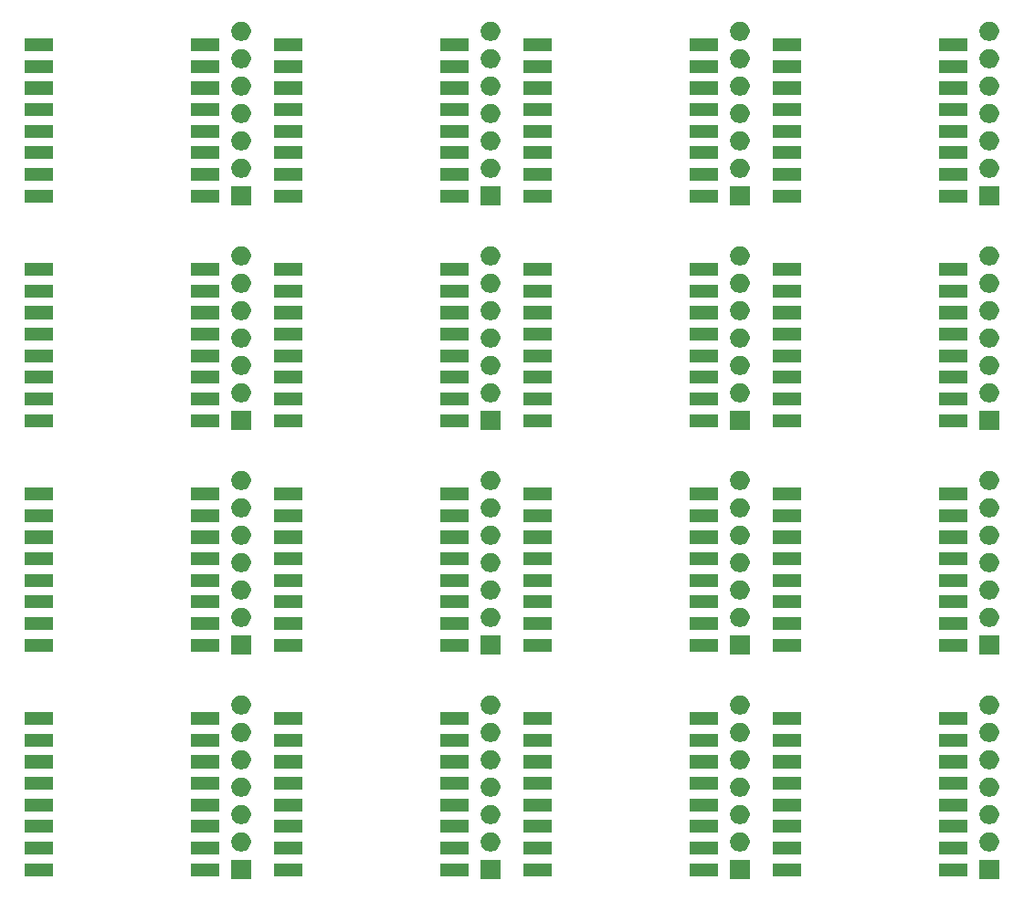
<source format=gbr>
G04 #@! TF.GenerationSoftware,KiCad,Pcbnew,5.1.6-c6e7f7d~86~ubuntu19.10.1*
G04 #@! TF.CreationDate,2021-03-24T16:57:24+01:00*
G04 #@! TF.ProjectId,ESP_12F,4553505f-3132-4462-9e6b-696361645f70,rev?*
G04 #@! TF.SameCoordinates,Original*
G04 #@! TF.FileFunction,Soldermask,Top*
G04 #@! TF.FilePolarity,Negative*
%FSLAX46Y46*%
G04 Gerber Fmt 4.6, Leading zero omitted, Abs format (unit mm)*
G04 Created by KiCad (PCBNEW 5.1.6-c6e7f7d~86~ubuntu19.10.1) date 2021-03-24 16:57:24*
%MOMM*%
%LPD*%
G01*
G04 APERTURE LIST*
%ADD10C,0.100000*%
G04 APERTURE END LIST*
D10*
G36*
X253631000Y-136537000D02*
G01*
X251829000Y-136537000D01*
X251829000Y-134735000D01*
X253631000Y-134735000D01*
X253631000Y-136537000D01*
G37*
G36*
X207403000Y-136537000D02*
G01*
X205601000Y-136537000D01*
X205601000Y-134735000D01*
X207403000Y-134735000D01*
X207403000Y-136537000D01*
G37*
G36*
X184289000Y-136537000D02*
G01*
X182487000Y-136537000D01*
X182487000Y-134735000D01*
X184289000Y-134735000D01*
X184289000Y-136537000D01*
G37*
G36*
X230517000Y-136537000D02*
G01*
X228715000Y-136537000D01*
X228715000Y-134735000D01*
X230517000Y-134735000D01*
X230517000Y-136537000D01*
G37*
G36*
X250697000Y-136267000D02*
G01*
X248095000Y-136267000D01*
X248095000Y-135065000D01*
X250697000Y-135065000D01*
X250697000Y-136267000D01*
G37*
G36*
X235297000Y-136267000D02*
G01*
X232695000Y-136267000D01*
X232695000Y-135065000D01*
X235297000Y-135065000D01*
X235297000Y-136267000D01*
G37*
G36*
X165955000Y-136267000D02*
G01*
X163353000Y-136267000D01*
X163353000Y-135065000D01*
X165955000Y-135065000D01*
X165955000Y-136267000D01*
G37*
G36*
X181355000Y-136267000D02*
G01*
X178753000Y-136267000D01*
X178753000Y-135065000D01*
X181355000Y-135065000D01*
X181355000Y-136267000D01*
G37*
G36*
X204469000Y-136267000D02*
G01*
X201867000Y-136267000D01*
X201867000Y-135065000D01*
X204469000Y-135065000D01*
X204469000Y-136267000D01*
G37*
G36*
X189069000Y-136267000D02*
G01*
X186467000Y-136267000D01*
X186467000Y-135065000D01*
X189069000Y-135065000D01*
X189069000Y-136267000D01*
G37*
G36*
X227583000Y-136267000D02*
G01*
X224981000Y-136267000D01*
X224981000Y-135065000D01*
X227583000Y-135065000D01*
X227583000Y-136267000D01*
G37*
G36*
X212183000Y-136267000D02*
G01*
X209581000Y-136267000D01*
X209581000Y-135065000D01*
X212183000Y-135065000D01*
X212183000Y-136267000D01*
G37*
G36*
X212183000Y-134267000D02*
G01*
X209581000Y-134267000D01*
X209581000Y-133065000D01*
X212183000Y-133065000D01*
X212183000Y-134267000D01*
G37*
G36*
X204469000Y-134267000D02*
G01*
X201867000Y-134267000D01*
X201867000Y-133065000D01*
X204469000Y-133065000D01*
X204469000Y-134267000D01*
G37*
G36*
X250697000Y-134267000D02*
G01*
X248095000Y-134267000D01*
X248095000Y-133065000D01*
X250697000Y-133065000D01*
X250697000Y-134267000D01*
G37*
G36*
X235297000Y-134267000D02*
G01*
X232695000Y-134267000D01*
X232695000Y-133065000D01*
X235297000Y-133065000D01*
X235297000Y-134267000D01*
G37*
G36*
X189069000Y-134267000D02*
G01*
X186467000Y-134267000D01*
X186467000Y-133065000D01*
X189069000Y-133065000D01*
X189069000Y-134267000D01*
G37*
G36*
X181355000Y-134267000D02*
G01*
X178753000Y-134267000D01*
X178753000Y-133065000D01*
X181355000Y-133065000D01*
X181355000Y-134267000D01*
G37*
G36*
X165955000Y-134267000D02*
G01*
X163353000Y-134267000D01*
X163353000Y-133065000D01*
X165955000Y-133065000D01*
X165955000Y-134267000D01*
G37*
G36*
X227583000Y-134267000D02*
G01*
X224981000Y-134267000D01*
X224981000Y-133065000D01*
X227583000Y-133065000D01*
X227583000Y-134267000D01*
G37*
G36*
X229729512Y-132199927D02*
G01*
X229878812Y-132229624D01*
X230042784Y-132297544D01*
X230190354Y-132396147D01*
X230315853Y-132521646D01*
X230414456Y-132669216D01*
X230482376Y-132833188D01*
X230517000Y-133007259D01*
X230517000Y-133184741D01*
X230482376Y-133358812D01*
X230414456Y-133522784D01*
X230315853Y-133670354D01*
X230190354Y-133795853D01*
X230042784Y-133894456D01*
X229878812Y-133962376D01*
X229729512Y-133992073D01*
X229704742Y-133997000D01*
X229527258Y-133997000D01*
X229502488Y-133992073D01*
X229353188Y-133962376D01*
X229189216Y-133894456D01*
X229041646Y-133795853D01*
X228916147Y-133670354D01*
X228817544Y-133522784D01*
X228749624Y-133358812D01*
X228715000Y-133184741D01*
X228715000Y-133007259D01*
X228749624Y-132833188D01*
X228817544Y-132669216D01*
X228916147Y-132521646D01*
X229041646Y-132396147D01*
X229189216Y-132297544D01*
X229353188Y-132229624D01*
X229502488Y-132199927D01*
X229527258Y-132195000D01*
X229704742Y-132195000D01*
X229729512Y-132199927D01*
G37*
G36*
X183501512Y-132199927D02*
G01*
X183650812Y-132229624D01*
X183814784Y-132297544D01*
X183962354Y-132396147D01*
X184087853Y-132521646D01*
X184186456Y-132669216D01*
X184254376Y-132833188D01*
X184289000Y-133007259D01*
X184289000Y-133184741D01*
X184254376Y-133358812D01*
X184186456Y-133522784D01*
X184087853Y-133670354D01*
X183962354Y-133795853D01*
X183814784Y-133894456D01*
X183650812Y-133962376D01*
X183501512Y-133992073D01*
X183476742Y-133997000D01*
X183299258Y-133997000D01*
X183274488Y-133992073D01*
X183125188Y-133962376D01*
X182961216Y-133894456D01*
X182813646Y-133795853D01*
X182688147Y-133670354D01*
X182589544Y-133522784D01*
X182521624Y-133358812D01*
X182487000Y-133184741D01*
X182487000Y-133007259D01*
X182521624Y-132833188D01*
X182589544Y-132669216D01*
X182688147Y-132521646D01*
X182813646Y-132396147D01*
X182961216Y-132297544D01*
X183125188Y-132229624D01*
X183274488Y-132199927D01*
X183299258Y-132195000D01*
X183476742Y-132195000D01*
X183501512Y-132199927D01*
G37*
G36*
X206615512Y-132199927D02*
G01*
X206764812Y-132229624D01*
X206928784Y-132297544D01*
X207076354Y-132396147D01*
X207201853Y-132521646D01*
X207300456Y-132669216D01*
X207368376Y-132833188D01*
X207403000Y-133007259D01*
X207403000Y-133184741D01*
X207368376Y-133358812D01*
X207300456Y-133522784D01*
X207201853Y-133670354D01*
X207076354Y-133795853D01*
X206928784Y-133894456D01*
X206764812Y-133962376D01*
X206615512Y-133992073D01*
X206590742Y-133997000D01*
X206413258Y-133997000D01*
X206388488Y-133992073D01*
X206239188Y-133962376D01*
X206075216Y-133894456D01*
X205927646Y-133795853D01*
X205802147Y-133670354D01*
X205703544Y-133522784D01*
X205635624Y-133358812D01*
X205601000Y-133184741D01*
X205601000Y-133007259D01*
X205635624Y-132833188D01*
X205703544Y-132669216D01*
X205802147Y-132521646D01*
X205927646Y-132396147D01*
X206075216Y-132297544D01*
X206239188Y-132229624D01*
X206388488Y-132199927D01*
X206413258Y-132195000D01*
X206590742Y-132195000D01*
X206615512Y-132199927D01*
G37*
G36*
X252843512Y-132199927D02*
G01*
X252992812Y-132229624D01*
X253156784Y-132297544D01*
X253304354Y-132396147D01*
X253429853Y-132521646D01*
X253528456Y-132669216D01*
X253596376Y-132833188D01*
X253631000Y-133007259D01*
X253631000Y-133184741D01*
X253596376Y-133358812D01*
X253528456Y-133522784D01*
X253429853Y-133670354D01*
X253304354Y-133795853D01*
X253156784Y-133894456D01*
X252992812Y-133962376D01*
X252843512Y-133992073D01*
X252818742Y-133997000D01*
X252641258Y-133997000D01*
X252616488Y-133992073D01*
X252467188Y-133962376D01*
X252303216Y-133894456D01*
X252155646Y-133795853D01*
X252030147Y-133670354D01*
X251931544Y-133522784D01*
X251863624Y-133358812D01*
X251829000Y-133184741D01*
X251829000Y-133007259D01*
X251863624Y-132833188D01*
X251931544Y-132669216D01*
X252030147Y-132521646D01*
X252155646Y-132396147D01*
X252303216Y-132297544D01*
X252467188Y-132229624D01*
X252616488Y-132199927D01*
X252641258Y-132195000D01*
X252818742Y-132195000D01*
X252843512Y-132199927D01*
G37*
G36*
X235297000Y-132267000D02*
G01*
X232695000Y-132267000D01*
X232695000Y-131065000D01*
X235297000Y-131065000D01*
X235297000Y-132267000D01*
G37*
G36*
X212183000Y-132267000D02*
G01*
X209581000Y-132267000D01*
X209581000Y-131065000D01*
X212183000Y-131065000D01*
X212183000Y-132267000D01*
G37*
G36*
X227583000Y-132267000D02*
G01*
X224981000Y-132267000D01*
X224981000Y-131065000D01*
X227583000Y-131065000D01*
X227583000Y-132267000D01*
G37*
G36*
X204469000Y-132267000D02*
G01*
X201867000Y-132267000D01*
X201867000Y-131065000D01*
X204469000Y-131065000D01*
X204469000Y-132267000D01*
G37*
G36*
X181355000Y-132267000D02*
G01*
X178753000Y-132267000D01*
X178753000Y-131065000D01*
X181355000Y-131065000D01*
X181355000Y-132267000D01*
G37*
G36*
X165955000Y-132267000D02*
G01*
X163353000Y-132267000D01*
X163353000Y-131065000D01*
X165955000Y-131065000D01*
X165955000Y-132267000D01*
G37*
G36*
X250697000Y-132267000D02*
G01*
X248095000Y-132267000D01*
X248095000Y-131065000D01*
X250697000Y-131065000D01*
X250697000Y-132267000D01*
G37*
G36*
X189069000Y-132267000D02*
G01*
X186467000Y-132267000D01*
X186467000Y-131065000D01*
X189069000Y-131065000D01*
X189069000Y-132267000D01*
G37*
G36*
X183501512Y-129659927D02*
G01*
X183650812Y-129689624D01*
X183814784Y-129757544D01*
X183962354Y-129856147D01*
X184087853Y-129981646D01*
X184186456Y-130129216D01*
X184254376Y-130293188D01*
X184289000Y-130467259D01*
X184289000Y-130644741D01*
X184254376Y-130818812D01*
X184186456Y-130982784D01*
X184087853Y-131130354D01*
X183962354Y-131255853D01*
X183814784Y-131354456D01*
X183650812Y-131422376D01*
X183501512Y-131452073D01*
X183476742Y-131457000D01*
X183299258Y-131457000D01*
X183274488Y-131452073D01*
X183125188Y-131422376D01*
X182961216Y-131354456D01*
X182813646Y-131255853D01*
X182688147Y-131130354D01*
X182589544Y-130982784D01*
X182521624Y-130818812D01*
X182487000Y-130644741D01*
X182487000Y-130467259D01*
X182521624Y-130293188D01*
X182589544Y-130129216D01*
X182688147Y-129981646D01*
X182813646Y-129856147D01*
X182961216Y-129757544D01*
X183125188Y-129689624D01*
X183274488Y-129659927D01*
X183299258Y-129655000D01*
X183476742Y-129655000D01*
X183501512Y-129659927D01*
G37*
G36*
X229729512Y-129659927D02*
G01*
X229878812Y-129689624D01*
X230042784Y-129757544D01*
X230190354Y-129856147D01*
X230315853Y-129981646D01*
X230414456Y-130129216D01*
X230482376Y-130293188D01*
X230517000Y-130467259D01*
X230517000Y-130644741D01*
X230482376Y-130818812D01*
X230414456Y-130982784D01*
X230315853Y-131130354D01*
X230190354Y-131255853D01*
X230042784Y-131354456D01*
X229878812Y-131422376D01*
X229729512Y-131452073D01*
X229704742Y-131457000D01*
X229527258Y-131457000D01*
X229502488Y-131452073D01*
X229353188Y-131422376D01*
X229189216Y-131354456D01*
X229041646Y-131255853D01*
X228916147Y-131130354D01*
X228817544Y-130982784D01*
X228749624Y-130818812D01*
X228715000Y-130644741D01*
X228715000Y-130467259D01*
X228749624Y-130293188D01*
X228817544Y-130129216D01*
X228916147Y-129981646D01*
X229041646Y-129856147D01*
X229189216Y-129757544D01*
X229353188Y-129689624D01*
X229502488Y-129659927D01*
X229527258Y-129655000D01*
X229704742Y-129655000D01*
X229729512Y-129659927D01*
G37*
G36*
X206615512Y-129659927D02*
G01*
X206764812Y-129689624D01*
X206928784Y-129757544D01*
X207076354Y-129856147D01*
X207201853Y-129981646D01*
X207300456Y-130129216D01*
X207368376Y-130293188D01*
X207403000Y-130467259D01*
X207403000Y-130644741D01*
X207368376Y-130818812D01*
X207300456Y-130982784D01*
X207201853Y-131130354D01*
X207076354Y-131255853D01*
X206928784Y-131354456D01*
X206764812Y-131422376D01*
X206615512Y-131452073D01*
X206590742Y-131457000D01*
X206413258Y-131457000D01*
X206388488Y-131452073D01*
X206239188Y-131422376D01*
X206075216Y-131354456D01*
X205927646Y-131255853D01*
X205802147Y-131130354D01*
X205703544Y-130982784D01*
X205635624Y-130818812D01*
X205601000Y-130644741D01*
X205601000Y-130467259D01*
X205635624Y-130293188D01*
X205703544Y-130129216D01*
X205802147Y-129981646D01*
X205927646Y-129856147D01*
X206075216Y-129757544D01*
X206239188Y-129689624D01*
X206388488Y-129659927D01*
X206413258Y-129655000D01*
X206590742Y-129655000D01*
X206615512Y-129659927D01*
G37*
G36*
X252843512Y-129659927D02*
G01*
X252992812Y-129689624D01*
X253156784Y-129757544D01*
X253304354Y-129856147D01*
X253429853Y-129981646D01*
X253528456Y-130129216D01*
X253596376Y-130293188D01*
X253631000Y-130467259D01*
X253631000Y-130644741D01*
X253596376Y-130818812D01*
X253528456Y-130982784D01*
X253429853Y-131130354D01*
X253304354Y-131255853D01*
X253156784Y-131354456D01*
X252992812Y-131422376D01*
X252843512Y-131452073D01*
X252818742Y-131457000D01*
X252641258Y-131457000D01*
X252616488Y-131452073D01*
X252467188Y-131422376D01*
X252303216Y-131354456D01*
X252155646Y-131255853D01*
X252030147Y-131130354D01*
X251931544Y-130982784D01*
X251863624Y-130818812D01*
X251829000Y-130644741D01*
X251829000Y-130467259D01*
X251863624Y-130293188D01*
X251931544Y-130129216D01*
X252030147Y-129981646D01*
X252155646Y-129856147D01*
X252303216Y-129757544D01*
X252467188Y-129689624D01*
X252616488Y-129659927D01*
X252641258Y-129655000D01*
X252818742Y-129655000D01*
X252843512Y-129659927D01*
G37*
G36*
X204469000Y-130267000D02*
G01*
X201867000Y-130267000D01*
X201867000Y-129065000D01*
X204469000Y-129065000D01*
X204469000Y-130267000D01*
G37*
G36*
X235297000Y-130267000D02*
G01*
X232695000Y-130267000D01*
X232695000Y-129065000D01*
X235297000Y-129065000D01*
X235297000Y-130267000D01*
G37*
G36*
X165955000Y-130267000D02*
G01*
X163353000Y-130267000D01*
X163353000Y-129065000D01*
X165955000Y-129065000D01*
X165955000Y-130267000D01*
G37*
G36*
X181355000Y-130267000D02*
G01*
X178753000Y-130267000D01*
X178753000Y-129065000D01*
X181355000Y-129065000D01*
X181355000Y-130267000D01*
G37*
G36*
X189069000Y-130267000D02*
G01*
X186467000Y-130267000D01*
X186467000Y-129065000D01*
X189069000Y-129065000D01*
X189069000Y-130267000D01*
G37*
G36*
X212183000Y-130267000D02*
G01*
X209581000Y-130267000D01*
X209581000Y-129065000D01*
X212183000Y-129065000D01*
X212183000Y-130267000D01*
G37*
G36*
X227583000Y-130267000D02*
G01*
X224981000Y-130267000D01*
X224981000Y-129065000D01*
X227583000Y-129065000D01*
X227583000Y-130267000D01*
G37*
G36*
X250697000Y-130267000D02*
G01*
X248095000Y-130267000D01*
X248095000Y-129065000D01*
X250697000Y-129065000D01*
X250697000Y-130267000D01*
G37*
G36*
X229729512Y-127119927D02*
G01*
X229878812Y-127149624D01*
X230042784Y-127217544D01*
X230190354Y-127316147D01*
X230315853Y-127441646D01*
X230414456Y-127589216D01*
X230482376Y-127753188D01*
X230517000Y-127927259D01*
X230517000Y-128104741D01*
X230482376Y-128278812D01*
X230414456Y-128442784D01*
X230315853Y-128590354D01*
X230190354Y-128715853D01*
X230042784Y-128814456D01*
X229878812Y-128882376D01*
X229729512Y-128912073D01*
X229704742Y-128917000D01*
X229527258Y-128917000D01*
X229502488Y-128912073D01*
X229353188Y-128882376D01*
X229189216Y-128814456D01*
X229041646Y-128715853D01*
X228916147Y-128590354D01*
X228817544Y-128442784D01*
X228749624Y-128278812D01*
X228715000Y-128104741D01*
X228715000Y-127927259D01*
X228749624Y-127753188D01*
X228817544Y-127589216D01*
X228916147Y-127441646D01*
X229041646Y-127316147D01*
X229189216Y-127217544D01*
X229353188Y-127149624D01*
X229502488Y-127119927D01*
X229527258Y-127115000D01*
X229704742Y-127115000D01*
X229729512Y-127119927D01*
G37*
G36*
X252843512Y-127119927D02*
G01*
X252992812Y-127149624D01*
X253156784Y-127217544D01*
X253304354Y-127316147D01*
X253429853Y-127441646D01*
X253528456Y-127589216D01*
X253596376Y-127753188D01*
X253631000Y-127927259D01*
X253631000Y-128104741D01*
X253596376Y-128278812D01*
X253528456Y-128442784D01*
X253429853Y-128590354D01*
X253304354Y-128715853D01*
X253156784Y-128814456D01*
X252992812Y-128882376D01*
X252843512Y-128912073D01*
X252818742Y-128917000D01*
X252641258Y-128917000D01*
X252616488Y-128912073D01*
X252467188Y-128882376D01*
X252303216Y-128814456D01*
X252155646Y-128715853D01*
X252030147Y-128590354D01*
X251931544Y-128442784D01*
X251863624Y-128278812D01*
X251829000Y-128104741D01*
X251829000Y-127927259D01*
X251863624Y-127753188D01*
X251931544Y-127589216D01*
X252030147Y-127441646D01*
X252155646Y-127316147D01*
X252303216Y-127217544D01*
X252467188Y-127149624D01*
X252616488Y-127119927D01*
X252641258Y-127115000D01*
X252818742Y-127115000D01*
X252843512Y-127119927D01*
G37*
G36*
X183501512Y-127119927D02*
G01*
X183650812Y-127149624D01*
X183814784Y-127217544D01*
X183962354Y-127316147D01*
X184087853Y-127441646D01*
X184186456Y-127589216D01*
X184254376Y-127753188D01*
X184289000Y-127927259D01*
X184289000Y-128104741D01*
X184254376Y-128278812D01*
X184186456Y-128442784D01*
X184087853Y-128590354D01*
X183962354Y-128715853D01*
X183814784Y-128814456D01*
X183650812Y-128882376D01*
X183501512Y-128912073D01*
X183476742Y-128917000D01*
X183299258Y-128917000D01*
X183274488Y-128912073D01*
X183125188Y-128882376D01*
X182961216Y-128814456D01*
X182813646Y-128715853D01*
X182688147Y-128590354D01*
X182589544Y-128442784D01*
X182521624Y-128278812D01*
X182487000Y-128104741D01*
X182487000Y-127927259D01*
X182521624Y-127753188D01*
X182589544Y-127589216D01*
X182688147Y-127441646D01*
X182813646Y-127316147D01*
X182961216Y-127217544D01*
X183125188Y-127149624D01*
X183274488Y-127119927D01*
X183299258Y-127115000D01*
X183476742Y-127115000D01*
X183501512Y-127119927D01*
G37*
G36*
X206615512Y-127119927D02*
G01*
X206764812Y-127149624D01*
X206928784Y-127217544D01*
X207076354Y-127316147D01*
X207201853Y-127441646D01*
X207300456Y-127589216D01*
X207368376Y-127753188D01*
X207403000Y-127927259D01*
X207403000Y-128104741D01*
X207368376Y-128278812D01*
X207300456Y-128442784D01*
X207201853Y-128590354D01*
X207076354Y-128715853D01*
X206928784Y-128814456D01*
X206764812Y-128882376D01*
X206615512Y-128912073D01*
X206590742Y-128917000D01*
X206413258Y-128917000D01*
X206388488Y-128912073D01*
X206239188Y-128882376D01*
X206075216Y-128814456D01*
X205927646Y-128715853D01*
X205802147Y-128590354D01*
X205703544Y-128442784D01*
X205635624Y-128278812D01*
X205601000Y-128104741D01*
X205601000Y-127927259D01*
X205635624Y-127753188D01*
X205703544Y-127589216D01*
X205802147Y-127441646D01*
X205927646Y-127316147D01*
X206075216Y-127217544D01*
X206239188Y-127149624D01*
X206388488Y-127119927D01*
X206413258Y-127115000D01*
X206590742Y-127115000D01*
X206615512Y-127119927D01*
G37*
G36*
X250697000Y-128267000D02*
G01*
X248095000Y-128267000D01*
X248095000Y-127065000D01*
X250697000Y-127065000D01*
X250697000Y-128267000D01*
G37*
G36*
X235297000Y-128267000D02*
G01*
X232695000Y-128267000D01*
X232695000Y-127065000D01*
X235297000Y-127065000D01*
X235297000Y-128267000D01*
G37*
G36*
X165955000Y-128267000D02*
G01*
X163353000Y-128267000D01*
X163353000Y-127065000D01*
X165955000Y-127065000D01*
X165955000Y-128267000D01*
G37*
G36*
X181355000Y-128267000D02*
G01*
X178753000Y-128267000D01*
X178753000Y-127065000D01*
X181355000Y-127065000D01*
X181355000Y-128267000D01*
G37*
G36*
X204469000Y-128267000D02*
G01*
X201867000Y-128267000D01*
X201867000Y-127065000D01*
X204469000Y-127065000D01*
X204469000Y-128267000D01*
G37*
G36*
X212183000Y-128267000D02*
G01*
X209581000Y-128267000D01*
X209581000Y-127065000D01*
X212183000Y-127065000D01*
X212183000Y-128267000D01*
G37*
G36*
X189069000Y-128267000D02*
G01*
X186467000Y-128267000D01*
X186467000Y-127065000D01*
X189069000Y-127065000D01*
X189069000Y-128267000D01*
G37*
G36*
X227583000Y-128267000D02*
G01*
X224981000Y-128267000D01*
X224981000Y-127065000D01*
X227583000Y-127065000D01*
X227583000Y-128267000D01*
G37*
G36*
X183501512Y-124579927D02*
G01*
X183650812Y-124609624D01*
X183814784Y-124677544D01*
X183962354Y-124776147D01*
X184087853Y-124901646D01*
X184186456Y-125049216D01*
X184254376Y-125213188D01*
X184289000Y-125387259D01*
X184289000Y-125564741D01*
X184254376Y-125738812D01*
X184186456Y-125902784D01*
X184087853Y-126050354D01*
X183962354Y-126175853D01*
X183814784Y-126274456D01*
X183650812Y-126342376D01*
X183501512Y-126372073D01*
X183476742Y-126377000D01*
X183299258Y-126377000D01*
X183274488Y-126372073D01*
X183125188Y-126342376D01*
X182961216Y-126274456D01*
X182813646Y-126175853D01*
X182688147Y-126050354D01*
X182589544Y-125902784D01*
X182521624Y-125738812D01*
X182487000Y-125564741D01*
X182487000Y-125387259D01*
X182521624Y-125213188D01*
X182589544Y-125049216D01*
X182688147Y-124901646D01*
X182813646Y-124776147D01*
X182961216Y-124677544D01*
X183125188Y-124609624D01*
X183274488Y-124579927D01*
X183299258Y-124575000D01*
X183476742Y-124575000D01*
X183501512Y-124579927D01*
G37*
G36*
X229729512Y-124579927D02*
G01*
X229878812Y-124609624D01*
X230042784Y-124677544D01*
X230190354Y-124776147D01*
X230315853Y-124901646D01*
X230414456Y-125049216D01*
X230482376Y-125213188D01*
X230517000Y-125387259D01*
X230517000Y-125564741D01*
X230482376Y-125738812D01*
X230414456Y-125902784D01*
X230315853Y-126050354D01*
X230190354Y-126175853D01*
X230042784Y-126274456D01*
X229878812Y-126342376D01*
X229729512Y-126372073D01*
X229704742Y-126377000D01*
X229527258Y-126377000D01*
X229502488Y-126372073D01*
X229353188Y-126342376D01*
X229189216Y-126274456D01*
X229041646Y-126175853D01*
X228916147Y-126050354D01*
X228817544Y-125902784D01*
X228749624Y-125738812D01*
X228715000Y-125564741D01*
X228715000Y-125387259D01*
X228749624Y-125213188D01*
X228817544Y-125049216D01*
X228916147Y-124901646D01*
X229041646Y-124776147D01*
X229189216Y-124677544D01*
X229353188Y-124609624D01*
X229502488Y-124579927D01*
X229527258Y-124575000D01*
X229704742Y-124575000D01*
X229729512Y-124579927D01*
G37*
G36*
X206615512Y-124579927D02*
G01*
X206764812Y-124609624D01*
X206928784Y-124677544D01*
X207076354Y-124776147D01*
X207201853Y-124901646D01*
X207300456Y-125049216D01*
X207368376Y-125213188D01*
X207403000Y-125387259D01*
X207403000Y-125564741D01*
X207368376Y-125738812D01*
X207300456Y-125902784D01*
X207201853Y-126050354D01*
X207076354Y-126175853D01*
X206928784Y-126274456D01*
X206764812Y-126342376D01*
X206615512Y-126372073D01*
X206590742Y-126377000D01*
X206413258Y-126377000D01*
X206388488Y-126372073D01*
X206239188Y-126342376D01*
X206075216Y-126274456D01*
X205927646Y-126175853D01*
X205802147Y-126050354D01*
X205703544Y-125902784D01*
X205635624Y-125738812D01*
X205601000Y-125564741D01*
X205601000Y-125387259D01*
X205635624Y-125213188D01*
X205703544Y-125049216D01*
X205802147Y-124901646D01*
X205927646Y-124776147D01*
X206075216Y-124677544D01*
X206239188Y-124609624D01*
X206388488Y-124579927D01*
X206413258Y-124575000D01*
X206590742Y-124575000D01*
X206615512Y-124579927D01*
G37*
G36*
X252843512Y-124579927D02*
G01*
X252992812Y-124609624D01*
X253156784Y-124677544D01*
X253304354Y-124776147D01*
X253429853Y-124901646D01*
X253528456Y-125049216D01*
X253596376Y-125213188D01*
X253631000Y-125387259D01*
X253631000Y-125564741D01*
X253596376Y-125738812D01*
X253528456Y-125902784D01*
X253429853Y-126050354D01*
X253304354Y-126175853D01*
X253156784Y-126274456D01*
X252992812Y-126342376D01*
X252843512Y-126372073D01*
X252818742Y-126377000D01*
X252641258Y-126377000D01*
X252616488Y-126372073D01*
X252467188Y-126342376D01*
X252303216Y-126274456D01*
X252155646Y-126175853D01*
X252030147Y-126050354D01*
X251931544Y-125902784D01*
X251863624Y-125738812D01*
X251829000Y-125564741D01*
X251829000Y-125387259D01*
X251863624Y-125213188D01*
X251931544Y-125049216D01*
X252030147Y-124901646D01*
X252155646Y-124776147D01*
X252303216Y-124677544D01*
X252467188Y-124609624D01*
X252616488Y-124579927D01*
X252641258Y-124575000D01*
X252818742Y-124575000D01*
X252843512Y-124579927D01*
G37*
G36*
X235297000Y-126267000D02*
G01*
X232695000Y-126267000D01*
X232695000Y-125065000D01*
X235297000Y-125065000D01*
X235297000Y-126267000D01*
G37*
G36*
X212183000Y-126267000D02*
G01*
X209581000Y-126267000D01*
X209581000Y-125065000D01*
X212183000Y-125065000D01*
X212183000Y-126267000D01*
G37*
G36*
X165955000Y-126267000D02*
G01*
X163353000Y-126267000D01*
X163353000Y-125065000D01*
X165955000Y-125065000D01*
X165955000Y-126267000D01*
G37*
G36*
X189069000Y-126267000D02*
G01*
X186467000Y-126267000D01*
X186467000Y-125065000D01*
X189069000Y-125065000D01*
X189069000Y-126267000D01*
G37*
G36*
X204469000Y-126267000D02*
G01*
X201867000Y-126267000D01*
X201867000Y-125065000D01*
X204469000Y-125065000D01*
X204469000Y-126267000D01*
G37*
G36*
X181355000Y-126267000D02*
G01*
X178753000Y-126267000D01*
X178753000Y-125065000D01*
X181355000Y-125065000D01*
X181355000Y-126267000D01*
G37*
G36*
X227583000Y-126267000D02*
G01*
X224981000Y-126267000D01*
X224981000Y-125065000D01*
X227583000Y-125065000D01*
X227583000Y-126267000D01*
G37*
G36*
X250697000Y-126267000D02*
G01*
X248095000Y-126267000D01*
X248095000Y-125065000D01*
X250697000Y-125065000D01*
X250697000Y-126267000D01*
G37*
G36*
X165955000Y-124267000D02*
G01*
X163353000Y-124267000D01*
X163353000Y-123065000D01*
X165955000Y-123065000D01*
X165955000Y-124267000D01*
G37*
G36*
X181355000Y-124267000D02*
G01*
X178753000Y-124267000D01*
X178753000Y-123065000D01*
X181355000Y-123065000D01*
X181355000Y-124267000D01*
G37*
G36*
X204469000Y-124267000D02*
G01*
X201867000Y-124267000D01*
X201867000Y-123065000D01*
X204469000Y-123065000D01*
X204469000Y-124267000D01*
G37*
G36*
X227583000Y-124267000D02*
G01*
X224981000Y-124267000D01*
X224981000Y-123065000D01*
X227583000Y-123065000D01*
X227583000Y-124267000D01*
G37*
G36*
X212183000Y-124267000D02*
G01*
X209581000Y-124267000D01*
X209581000Y-123065000D01*
X212183000Y-123065000D01*
X212183000Y-124267000D01*
G37*
G36*
X189069000Y-124267000D02*
G01*
X186467000Y-124267000D01*
X186467000Y-123065000D01*
X189069000Y-123065000D01*
X189069000Y-124267000D01*
G37*
G36*
X250697000Y-124267000D02*
G01*
X248095000Y-124267000D01*
X248095000Y-123065000D01*
X250697000Y-123065000D01*
X250697000Y-124267000D01*
G37*
G36*
X235297000Y-124267000D02*
G01*
X232695000Y-124267000D01*
X232695000Y-123065000D01*
X235297000Y-123065000D01*
X235297000Y-124267000D01*
G37*
G36*
X252843512Y-122039927D02*
G01*
X252992812Y-122069624D01*
X253156784Y-122137544D01*
X253304354Y-122236147D01*
X253429853Y-122361646D01*
X253528456Y-122509216D01*
X253596376Y-122673188D01*
X253631000Y-122847259D01*
X253631000Y-123024741D01*
X253596376Y-123198812D01*
X253528456Y-123362784D01*
X253429853Y-123510354D01*
X253304354Y-123635853D01*
X253156784Y-123734456D01*
X252992812Y-123802376D01*
X252843512Y-123832073D01*
X252818742Y-123837000D01*
X252641258Y-123837000D01*
X252616488Y-123832073D01*
X252467188Y-123802376D01*
X252303216Y-123734456D01*
X252155646Y-123635853D01*
X252030147Y-123510354D01*
X251931544Y-123362784D01*
X251863624Y-123198812D01*
X251829000Y-123024741D01*
X251829000Y-122847259D01*
X251863624Y-122673188D01*
X251931544Y-122509216D01*
X252030147Y-122361646D01*
X252155646Y-122236147D01*
X252303216Y-122137544D01*
X252467188Y-122069624D01*
X252616488Y-122039927D01*
X252641258Y-122035000D01*
X252818742Y-122035000D01*
X252843512Y-122039927D01*
G37*
G36*
X229729512Y-122039927D02*
G01*
X229878812Y-122069624D01*
X230042784Y-122137544D01*
X230190354Y-122236147D01*
X230315853Y-122361646D01*
X230414456Y-122509216D01*
X230482376Y-122673188D01*
X230517000Y-122847259D01*
X230517000Y-123024741D01*
X230482376Y-123198812D01*
X230414456Y-123362784D01*
X230315853Y-123510354D01*
X230190354Y-123635853D01*
X230042784Y-123734456D01*
X229878812Y-123802376D01*
X229729512Y-123832073D01*
X229704742Y-123837000D01*
X229527258Y-123837000D01*
X229502488Y-123832073D01*
X229353188Y-123802376D01*
X229189216Y-123734456D01*
X229041646Y-123635853D01*
X228916147Y-123510354D01*
X228817544Y-123362784D01*
X228749624Y-123198812D01*
X228715000Y-123024741D01*
X228715000Y-122847259D01*
X228749624Y-122673188D01*
X228817544Y-122509216D01*
X228916147Y-122361646D01*
X229041646Y-122236147D01*
X229189216Y-122137544D01*
X229353188Y-122069624D01*
X229502488Y-122039927D01*
X229527258Y-122035000D01*
X229704742Y-122035000D01*
X229729512Y-122039927D01*
G37*
G36*
X183501512Y-122039927D02*
G01*
X183650812Y-122069624D01*
X183814784Y-122137544D01*
X183962354Y-122236147D01*
X184087853Y-122361646D01*
X184186456Y-122509216D01*
X184254376Y-122673188D01*
X184289000Y-122847259D01*
X184289000Y-123024741D01*
X184254376Y-123198812D01*
X184186456Y-123362784D01*
X184087853Y-123510354D01*
X183962354Y-123635853D01*
X183814784Y-123734456D01*
X183650812Y-123802376D01*
X183501512Y-123832073D01*
X183476742Y-123837000D01*
X183299258Y-123837000D01*
X183274488Y-123832073D01*
X183125188Y-123802376D01*
X182961216Y-123734456D01*
X182813646Y-123635853D01*
X182688147Y-123510354D01*
X182589544Y-123362784D01*
X182521624Y-123198812D01*
X182487000Y-123024741D01*
X182487000Y-122847259D01*
X182521624Y-122673188D01*
X182589544Y-122509216D01*
X182688147Y-122361646D01*
X182813646Y-122236147D01*
X182961216Y-122137544D01*
X183125188Y-122069624D01*
X183274488Y-122039927D01*
X183299258Y-122035000D01*
X183476742Y-122035000D01*
X183501512Y-122039927D01*
G37*
G36*
X206615512Y-122039927D02*
G01*
X206764812Y-122069624D01*
X206928784Y-122137544D01*
X207076354Y-122236147D01*
X207201853Y-122361646D01*
X207300456Y-122509216D01*
X207368376Y-122673188D01*
X207403000Y-122847259D01*
X207403000Y-123024741D01*
X207368376Y-123198812D01*
X207300456Y-123362784D01*
X207201853Y-123510354D01*
X207076354Y-123635853D01*
X206928784Y-123734456D01*
X206764812Y-123802376D01*
X206615512Y-123832073D01*
X206590742Y-123837000D01*
X206413258Y-123837000D01*
X206388488Y-123832073D01*
X206239188Y-123802376D01*
X206075216Y-123734456D01*
X205927646Y-123635853D01*
X205802147Y-123510354D01*
X205703544Y-123362784D01*
X205635624Y-123198812D01*
X205601000Y-123024741D01*
X205601000Y-122847259D01*
X205635624Y-122673188D01*
X205703544Y-122509216D01*
X205802147Y-122361646D01*
X205927646Y-122236147D01*
X206075216Y-122137544D01*
X206239188Y-122069624D01*
X206388488Y-122039927D01*
X206413258Y-122035000D01*
X206590742Y-122035000D01*
X206615512Y-122039927D01*
G37*
G36*
X227583000Y-122267000D02*
G01*
X224981000Y-122267000D01*
X224981000Y-121065000D01*
X227583000Y-121065000D01*
X227583000Y-122267000D01*
G37*
G36*
X189069000Y-122267000D02*
G01*
X186467000Y-122267000D01*
X186467000Y-121065000D01*
X189069000Y-121065000D01*
X189069000Y-122267000D01*
G37*
G36*
X165955000Y-122267000D02*
G01*
X163353000Y-122267000D01*
X163353000Y-121065000D01*
X165955000Y-121065000D01*
X165955000Y-122267000D01*
G37*
G36*
X250697000Y-122267000D02*
G01*
X248095000Y-122267000D01*
X248095000Y-121065000D01*
X250697000Y-121065000D01*
X250697000Y-122267000D01*
G37*
G36*
X181355000Y-122267000D02*
G01*
X178753000Y-122267000D01*
X178753000Y-121065000D01*
X181355000Y-121065000D01*
X181355000Y-122267000D01*
G37*
G36*
X235297000Y-122267000D02*
G01*
X232695000Y-122267000D01*
X232695000Y-121065000D01*
X235297000Y-121065000D01*
X235297000Y-122267000D01*
G37*
G36*
X204469000Y-122267000D02*
G01*
X201867000Y-122267000D01*
X201867000Y-121065000D01*
X204469000Y-121065000D01*
X204469000Y-122267000D01*
G37*
G36*
X212183000Y-122267000D02*
G01*
X209581000Y-122267000D01*
X209581000Y-121065000D01*
X212183000Y-121065000D01*
X212183000Y-122267000D01*
G37*
G36*
X252843512Y-119499927D02*
G01*
X252992812Y-119529624D01*
X253156784Y-119597544D01*
X253304354Y-119696147D01*
X253429853Y-119821646D01*
X253528456Y-119969216D01*
X253596376Y-120133188D01*
X253631000Y-120307259D01*
X253631000Y-120484741D01*
X253596376Y-120658812D01*
X253528456Y-120822784D01*
X253429853Y-120970354D01*
X253304354Y-121095853D01*
X253156784Y-121194456D01*
X252992812Y-121262376D01*
X252843512Y-121292073D01*
X252818742Y-121297000D01*
X252641258Y-121297000D01*
X252616488Y-121292073D01*
X252467188Y-121262376D01*
X252303216Y-121194456D01*
X252155646Y-121095853D01*
X252030147Y-120970354D01*
X251931544Y-120822784D01*
X251863624Y-120658812D01*
X251829000Y-120484741D01*
X251829000Y-120307259D01*
X251863624Y-120133188D01*
X251931544Y-119969216D01*
X252030147Y-119821646D01*
X252155646Y-119696147D01*
X252303216Y-119597544D01*
X252467188Y-119529624D01*
X252616488Y-119499927D01*
X252641258Y-119495000D01*
X252818742Y-119495000D01*
X252843512Y-119499927D01*
G37*
G36*
X206615512Y-119499927D02*
G01*
X206764812Y-119529624D01*
X206928784Y-119597544D01*
X207076354Y-119696147D01*
X207201853Y-119821646D01*
X207300456Y-119969216D01*
X207368376Y-120133188D01*
X207403000Y-120307259D01*
X207403000Y-120484741D01*
X207368376Y-120658812D01*
X207300456Y-120822784D01*
X207201853Y-120970354D01*
X207076354Y-121095853D01*
X206928784Y-121194456D01*
X206764812Y-121262376D01*
X206615512Y-121292073D01*
X206590742Y-121297000D01*
X206413258Y-121297000D01*
X206388488Y-121292073D01*
X206239188Y-121262376D01*
X206075216Y-121194456D01*
X205927646Y-121095853D01*
X205802147Y-120970354D01*
X205703544Y-120822784D01*
X205635624Y-120658812D01*
X205601000Y-120484741D01*
X205601000Y-120307259D01*
X205635624Y-120133188D01*
X205703544Y-119969216D01*
X205802147Y-119821646D01*
X205927646Y-119696147D01*
X206075216Y-119597544D01*
X206239188Y-119529624D01*
X206388488Y-119499927D01*
X206413258Y-119495000D01*
X206590742Y-119495000D01*
X206615512Y-119499927D01*
G37*
G36*
X183501512Y-119499927D02*
G01*
X183650812Y-119529624D01*
X183814784Y-119597544D01*
X183962354Y-119696147D01*
X184087853Y-119821646D01*
X184186456Y-119969216D01*
X184254376Y-120133188D01*
X184289000Y-120307259D01*
X184289000Y-120484741D01*
X184254376Y-120658812D01*
X184186456Y-120822784D01*
X184087853Y-120970354D01*
X183962354Y-121095853D01*
X183814784Y-121194456D01*
X183650812Y-121262376D01*
X183501512Y-121292073D01*
X183476742Y-121297000D01*
X183299258Y-121297000D01*
X183274488Y-121292073D01*
X183125188Y-121262376D01*
X182961216Y-121194456D01*
X182813646Y-121095853D01*
X182688147Y-120970354D01*
X182589544Y-120822784D01*
X182521624Y-120658812D01*
X182487000Y-120484741D01*
X182487000Y-120307259D01*
X182521624Y-120133188D01*
X182589544Y-119969216D01*
X182688147Y-119821646D01*
X182813646Y-119696147D01*
X182961216Y-119597544D01*
X183125188Y-119529624D01*
X183274488Y-119499927D01*
X183299258Y-119495000D01*
X183476742Y-119495000D01*
X183501512Y-119499927D01*
G37*
G36*
X229729512Y-119499927D02*
G01*
X229878812Y-119529624D01*
X230042784Y-119597544D01*
X230190354Y-119696147D01*
X230315853Y-119821646D01*
X230414456Y-119969216D01*
X230482376Y-120133188D01*
X230517000Y-120307259D01*
X230517000Y-120484741D01*
X230482376Y-120658812D01*
X230414456Y-120822784D01*
X230315853Y-120970354D01*
X230190354Y-121095853D01*
X230042784Y-121194456D01*
X229878812Y-121262376D01*
X229729512Y-121292073D01*
X229704742Y-121297000D01*
X229527258Y-121297000D01*
X229502488Y-121292073D01*
X229353188Y-121262376D01*
X229189216Y-121194456D01*
X229041646Y-121095853D01*
X228916147Y-120970354D01*
X228817544Y-120822784D01*
X228749624Y-120658812D01*
X228715000Y-120484741D01*
X228715000Y-120307259D01*
X228749624Y-120133188D01*
X228817544Y-119969216D01*
X228916147Y-119821646D01*
X229041646Y-119696147D01*
X229189216Y-119597544D01*
X229353188Y-119529624D01*
X229502488Y-119499927D01*
X229527258Y-119495000D01*
X229704742Y-119495000D01*
X229729512Y-119499927D01*
G37*
G36*
X184289000Y-115709000D02*
G01*
X182487000Y-115709000D01*
X182487000Y-113907000D01*
X184289000Y-113907000D01*
X184289000Y-115709000D01*
G37*
G36*
X253631000Y-115709000D02*
G01*
X251829000Y-115709000D01*
X251829000Y-113907000D01*
X253631000Y-113907000D01*
X253631000Y-115709000D01*
G37*
G36*
X207403000Y-115709000D02*
G01*
X205601000Y-115709000D01*
X205601000Y-113907000D01*
X207403000Y-113907000D01*
X207403000Y-115709000D01*
G37*
G36*
X230517000Y-115709000D02*
G01*
X228715000Y-115709000D01*
X228715000Y-113907000D01*
X230517000Y-113907000D01*
X230517000Y-115709000D01*
G37*
G36*
X250697000Y-115439000D02*
G01*
X248095000Y-115439000D01*
X248095000Y-114237000D01*
X250697000Y-114237000D01*
X250697000Y-115439000D01*
G37*
G36*
X235297000Y-115439000D02*
G01*
X232695000Y-115439000D01*
X232695000Y-114237000D01*
X235297000Y-114237000D01*
X235297000Y-115439000D01*
G37*
G36*
X189069000Y-115439000D02*
G01*
X186467000Y-115439000D01*
X186467000Y-114237000D01*
X189069000Y-114237000D01*
X189069000Y-115439000D01*
G37*
G36*
X165955000Y-115439000D02*
G01*
X163353000Y-115439000D01*
X163353000Y-114237000D01*
X165955000Y-114237000D01*
X165955000Y-115439000D01*
G37*
G36*
X181355000Y-115439000D02*
G01*
X178753000Y-115439000D01*
X178753000Y-114237000D01*
X181355000Y-114237000D01*
X181355000Y-115439000D01*
G37*
G36*
X212183000Y-115439000D02*
G01*
X209581000Y-115439000D01*
X209581000Y-114237000D01*
X212183000Y-114237000D01*
X212183000Y-115439000D01*
G37*
G36*
X227583000Y-115439000D02*
G01*
X224981000Y-115439000D01*
X224981000Y-114237000D01*
X227583000Y-114237000D01*
X227583000Y-115439000D01*
G37*
G36*
X204469000Y-115439000D02*
G01*
X201867000Y-115439000D01*
X201867000Y-114237000D01*
X204469000Y-114237000D01*
X204469000Y-115439000D01*
G37*
G36*
X212183000Y-113439000D02*
G01*
X209581000Y-113439000D01*
X209581000Y-112237000D01*
X212183000Y-112237000D01*
X212183000Y-113439000D01*
G37*
G36*
X181355000Y-113439000D02*
G01*
X178753000Y-113439000D01*
X178753000Y-112237000D01*
X181355000Y-112237000D01*
X181355000Y-113439000D01*
G37*
G36*
X189069000Y-113439000D02*
G01*
X186467000Y-113439000D01*
X186467000Y-112237000D01*
X189069000Y-112237000D01*
X189069000Y-113439000D01*
G37*
G36*
X204469000Y-113439000D02*
G01*
X201867000Y-113439000D01*
X201867000Y-112237000D01*
X204469000Y-112237000D01*
X204469000Y-113439000D01*
G37*
G36*
X227583000Y-113439000D02*
G01*
X224981000Y-113439000D01*
X224981000Y-112237000D01*
X227583000Y-112237000D01*
X227583000Y-113439000D01*
G37*
G36*
X250697000Y-113439000D02*
G01*
X248095000Y-113439000D01*
X248095000Y-112237000D01*
X250697000Y-112237000D01*
X250697000Y-113439000D01*
G37*
G36*
X165955000Y-113439000D02*
G01*
X163353000Y-113439000D01*
X163353000Y-112237000D01*
X165955000Y-112237000D01*
X165955000Y-113439000D01*
G37*
G36*
X235297000Y-113439000D02*
G01*
X232695000Y-113439000D01*
X232695000Y-112237000D01*
X235297000Y-112237000D01*
X235297000Y-113439000D01*
G37*
G36*
X252843512Y-111371927D02*
G01*
X252992812Y-111401624D01*
X253156784Y-111469544D01*
X253304354Y-111568147D01*
X253429853Y-111693646D01*
X253528456Y-111841216D01*
X253596376Y-112005188D01*
X253631000Y-112179259D01*
X253631000Y-112356741D01*
X253596376Y-112530812D01*
X253528456Y-112694784D01*
X253429853Y-112842354D01*
X253304354Y-112967853D01*
X253156784Y-113066456D01*
X252992812Y-113134376D01*
X252843512Y-113164073D01*
X252818742Y-113169000D01*
X252641258Y-113169000D01*
X252616488Y-113164073D01*
X252467188Y-113134376D01*
X252303216Y-113066456D01*
X252155646Y-112967853D01*
X252030147Y-112842354D01*
X251931544Y-112694784D01*
X251863624Y-112530812D01*
X251829000Y-112356741D01*
X251829000Y-112179259D01*
X251863624Y-112005188D01*
X251931544Y-111841216D01*
X252030147Y-111693646D01*
X252155646Y-111568147D01*
X252303216Y-111469544D01*
X252467188Y-111401624D01*
X252616488Y-111371927D01*
X252641258Y-111367000D01*
X252818742Y-111367000D01*
X252843512Y-111371927D01*
G37*
G36*
X229729512Y-111371927D02*
G01*
X229878812Y-111401624D01*
X230042784Y-111469544D01*
X230190354Y-111568147D01*
X230315853Y-111693646D01*
X230414456Y-111841216D01*
X230482376Y-112005188D01*
X230517000Y-112179259D01*
X230517000Y-112356741D01*
X230482376Y-112530812D01*
X230414456Y-112694784D01*
X230315853Y-112842354D01*
X230190354Y-112967853D01*
X230042784Y-113066456D01*
X229878812Y-113134376D01*
X229729512Y-113164073D01*
X229704742Y-113169000D01*
X229527258Y-113169000D01*
X229502488Y-113164073D01*
X229353188Y-113134376D01*
X229189216Y-113066456D01*
X229041646Y-112967853D01*
X228916147Y-112842354D01*
X228817544Y-112694784D01*
X228749624Y-112530812D01*
X228715000Y-112356741D01*
X228715000Y-112179259D01*
X228749624Y-112005188D01*
X228817544Y-111841216D01*
X228916147Y-111693646D01*
X229041646Y-111568147D01*
X229189216Y-111469544D01*
X229353188Y-111401624D01*
X229502488Y-111371927D01*
X229527258Y-111367000D01*
X229704742Y-111367000D01*
X229729512Y-111371927D01*
G37*
G36*
X206615512Y-111371927D02*
G01*
X206764812Y-111401624D01*
X206928784Y-111469544D01*
X207076354Y-111568147D01*
X207201853Y-111693646D01*
X207300456Y-111841216D01*
X207368376Y-112005188D01*
X207403000Y-112179259D01*
X207403000Y-112356741D01*
X207368376Y-112530812D01*
X207300456Y-112694784D01*
X207201853Y-112842354D01*
X207076354Y-112967853D01*
X206928784Y-113066456D01*
X206764812Y-113134376D01*
X206615512Y-113164073D01*
X206590742Y-113169000D01*
X206413258Y-113169000D01*
X206388488Y-113164073D01*
X206239188Y-113134376D01*
X206075216Y-113066456D01*
X205927646Y-112967853D01*
X205802147Y-112842354D01*
X205703544Y-112694784D01*
X205635624Y-112530812D01*
X205601000Y-112356741D01*
X205601000Y-112179259D01*
X205635624Y-112005188D01*
X205703544Y-111841216D01*
X205802147Y-111693646D01*
X205927646Y-111568147D01*
X206075216Y-111469544D01*
X206239188Y-111401624D01*
X206388488Y-111371927D01*
X206413258Y-111367000D01*
X206590742Y-111367000D01*
X206615512Y-111371927D01*
G37*
G36*
X183501512Y-111371927D02*
G01*
X183650812Y-111401624D01*
X183814784Y-111469544D01*
X183962354Y-111568147D01*
X184087853Y-111693646D01*
X184186456Y-111841216D01*
X184254376Y-112005188D01*
X184289000Y-112179259D01*
X184289000Y-112356741D01*
X184254376Y-112530812D01*
X184186456Y-112694784D01*
X184087853Y-112842354D01*
X183962354Y-112967853D01*
X183814784Y-113066456D01*
X183650812Y-113134376D01*
X183501512Y-113164073D01*
X183476742Y-113169000D01*
X183299258Y-113169000D01*
X183274488Y-113164073D01*
X183125188Y-113134376D01*
X182961216Y-113066456D01*
X182813646Y-112967853D01*
X182688147Y-112842354D01*
X182589544Y-112694784D01*
X182521624Y-112530812D01*
X182487000Y-112356741D01*
X182487000Y-112179259D01*
X182521624Y-112005188D01*
X182589544Y-111841216D01*
X182688147Y-111693646D01*
X182813646Y-111568147D01*
X182961216Y-111469544D01*
X183125188Y-111401624D01*
X183274488Y-111371927D01*
X183299258Y-111367000D01*
X183476742Y-111367000D01*
X183501512Y-111371927D01*
G37*
G36*
X212183000Y-111439000D02*
G01*
X209581000Y-111439000D01*
X209581000Y-110237000D01*
X212183000Y-110237000D01*
X212183000Y-111439000D01*
G37*
G36*
X189069000Y-111439000D02*
G01*
X186467000Y-111439000D01*
X186467000Y-110237000D01*
X189069000Y-110237000D01*
X189069000Y-111439000D01*
G37*
G36*
X204469000Y-111439000D02*
G01*
X201867000Y-111439000D01*
X201867000Y-110237000D01*
X204469000Y-110237000D01*
X204469000Y-111439000D01*
G37*
G36*
X227583000Y-111439000D02*
G01*
X224981000Y-111439000D01*
X224981000Y-110237000D01*
X227583000Y-110237000D01*
X227583000Y-111439000D01*
G37*
G36*
X235297000Y-111439000D02*
G01*
X232695000Y-111439000D01*
X232695000Y-110237000D01*
X235297000Y-110237000D01*
X235297000Y-111439000D01*
G37*
G36*
X250697000Y-111439000D02*
G01*
X248095000Y-111439000D01*
X248095000Y-110237000D01*
X250697000Y-110237000D01*
X250697000Y-111439000D01*
G37*
G36*
X181355000Y-111439000D02*
G01*
X178753000Y-111439000D01*
X178753000Y-110237000D01*
X181355000Y-110237000D01*
X181355000Y-111439000D01*
G37*
G36*
X165955000Y-111439000D02*
G01*
X163353000Y-111439000D01*
X163353000Y-110237000D01*
X165955000Y-110237000D01*
X165955000Y-111439000D01*
G37*
G36*
X229729512Y-108831927D02*
G01*
X229878812Y-108861624D01*
X230042784Y-108929544D01*
X230190354Y-109028147D01*
X230315853Y-109153646D01*
X230414456Y-109301216D01*
X230482376Y-109465188D01*
X230517000Y-109639259D01*
X230517000Y-109816741D01*
X230482376Y-109990812D01*
X230414456Y-110154784D01*
X230315853Y-110302354D01*
X230190354Y-110427853D01*
X230042784Y-110526456D01*
X229878812Y-110594376D01*
X229729512Y-110624073D01*
X229704742Y-110629000D01*
X229527258Y-110629000D01*
X229502488Y-110624073D01*
X229353188Y-110594376D01*
X229189216Y-110526456D01*
X229041646Y-110427853D01*
X228916147Y-110302354D01*
X228817544Y-110154784D01*
X228749624Y-109990812D01*
X228715000Y-109816741D01*
X228715000Y-109639259D01*
X228749624Y-109465188D01*
X228817544Y-109301216D01*
X228916147Y-109153646D01*
X229041646Y-109028147D01*
X229189216Y-108929544D01*
X229353188Y-108861624D01*
X229502488Y-108831927D01*
X229527258Y-108827000D01*
X229704742Y-108827000D01*
X229729512Y-108831927D01*
G37*
G36*
X252843512Y-108831927D02*
G01*
X252992812Y-108861624D01*
X253156784Y-108929544D01*
X253304354Y-109028147D01*
X253429853Y-109153646D01*
X253528456Y-109301216D01*
X253596376Y-109465188D01*
X253631000Y-109639259D01*
X253631000Y-109816741D01*
X253596376Y-109990812D01*
X253528456Y-110154784D01*
X253429853Y-110302354D01*
X253304354Y-110427853D01*
X253156784Y-110526456D01*
X252992812Y-110594376D01*
X252843512Y-110624073D01*
X252818742Y-110629000D01*
X252641258Y-110629000D01*
X252616488Y-110624073D01*
X252467188Y-110594376D01*
X252303216Y-110526456D01*
X252155646Y-110427853D01*
X252030147Y-110302354D01*
X251931544Y-110154784D01*
X251863624Y-109990812D01*
X251829000Y-109816741D01*
X251829000Y-109639259D01*
X251863624Y-109465188D01*
X251931544Y-109301216D01*
X252030147Y-109153646D01*
X252155646Y-109028147D01*
X252303216Y-108929544D01*
X252467188Y-108861624D01*
X252616488Y-108831927D01*
X252641258Y-108827000D01*
X252818742Y-108827000D01*
X252843512Y-108831927D01*
G37*
G36*
X206615512Y-108831927D02*
G01*
X206764812Y-108861624D01*
X206928784Y-108929544D01*
X207076354Y-109028147D01*
X207201853Y-109153646D01*
X207300456Y-109301216D01*
X207368376Y-109465188D01*
X207403000Y-109639259D01*
X207403000Y-109816741D01*
X207368376Y-109990812D01*
X207300456Y-110154784D01*
X207201853Y-110302354D01*
X207076354Y-110427853D01*
X206928784Y-110526456D01*
X206764812Y-110594376D01*
X206615512Y-110624073D01*
X206590742Y-110629000D01*
X206413258Y-110629000D01*
X206388488Y-110624073D01*
X206239188Y-110594376D01*
X206075216Y-110526456D01*
X205927646Y-110427853D01*
X205802147Y-110302354D01*
X205703544Y-110154784D01*
X205635624Y-109990812D01*
X205601000Y-109816741D01*
X205601000Y-109639259D01*
X205635624Y-109465188D01*
X205703544Y-109301216D01*
X205802147Y-109153646D01*
X205927646Y-109028147D01*
X206075216Y-108929544D01*
X206239188Y-108861624D01*
X206388488Y-108831927D01*
X206413258Y-108827000D01*
X206590742Y-108827000D01*
X206615512Y-108831927D01*
G37*
G36*
X183501512Y-108831927D02*
G01*
X183650812Y-108861624D01*
X183814784Y-108929544D01*
X183962354Y-109028147D01*
X184087853Y-109153646D01*
X184186456Y-109301216D01*
X184254376Y-109465188D01*
X184289000Y-109639259D01*
X184289000Y-109816741D01*
X184254376Y-109990812D01*
X184186456Y-110154784D01*
X184087853Y-110302354D01*
X183962354Y-110427853D01*
X183814784Y-110526456D01*
X183650812Y-110594376D01*
X183501512Y-110624073D01*
X183476742Y-110629000D01*
X183299258Y-110629000D01*
X183274488Y-110624073D01*
X183125188Y-110594376D01*
X182961216Y-110526456D01*
X182813646Y-110427853D01*
X182688147Y-110302354D01*
X182589544Y-110154784D01*
X182521624Y-109990812D01*
X182487000Y-109816741D01*
X182487000Y-109639259D01*
X182521624Y-109465188D01*
X182589544Y-109301216D01*
X182688147Y-109153646D01*
X182813646Y-109028147D01*
X182961216Y-108929544D01*
X183125188Y-108861624D01*
X183274488Y-108831927D01*
X183299258Y-108827000D01*
X183476742Y-108827000D01*
X183501512Y-108831927D01*
G37*
G36*
X235297000Y-109439000D02*
G01*
X232695000Y-109439000D01*
X232695000Y-108237000D01*
X235297000Y-108237000D01*
X235297000Y-109439000D01*
G37*
G36*
X189069000Y-109439000D02*
G01*
X186467000Y-109439000D01*
X186467000Y-108237000D01*
X189069000Y-108237000D01*
X189069000Y-109439000D01*
G37*
G36*
X204469000Y-109439000D02*
G01*
X201867000Y-109439000D01*
X201867000Y-108237000D01*
X204469000Y-108237000D01*
X204469000Y-109439000D01*
G37*
G36*
X165955000Y-109439000D02*
G01*
X163353000Y-109439000D01*
X163353000Y-108237000D01*
X165955000Y-108237000D01*
X165955000Y-109439000D01*
G37*
G36*
X212183000Y-109439000D02*
G01*
X209581000Y-109439000D01*
X209581000Y-108237000D01*
X212183000Y-108237000D01*
X212183000Y-109439000D01*
G37*
G36*
X250697000Y-109439000D02*
G01*
X248095000Y-109439000D01*
X248095000Y-108237000D01*
X250697000Y-108237000D01*
X250697000Y-109439000D01*
G37*
G36*
X181355000Y-109439000D02*
G01*
X178753000Y-109439000D01*
X178753000Y-108237000D01*
X181355000Y-108237000D01*
X181355000Y-109439000D01*
G37*
G36*
X227583000Y-109439000D02*
G01*
X224981000Y-109439000D01*
X224981000Y-108237000D01*
X227583000Y-108237000D01*
X227583000Y-109439000D01*
G37*
G36*
X206615512Y-106291927D02*
G01*
X206764812Y-106321624D01*
X206928784Y-106389544D01*
X207076354Y-106488147D01*
X207201853Y-106613646D01*
X207300456Y-106761216D01*
X207368376Y-106925188D01*
X207403000Y-107099259D01*
X207403000Y-107276741D01*
X207368376Y-107450812D01*
X207300456Y-107614784D01*
X207201853Y-107762354D01*
X207076354Y-107887853D01*
X206928784Y-107986456D01*
X206764812Y-108054376D01*
X206615512Y-108084073D01*
X206590742Y-108089000D01*
X206413258Y-108089000D01*
X206388488Y-108084073D01*
X206239188Y-108054376D01*
X206075216Y-107986456D01*
X205927646Y-107887853D01*
X205802147Y-107762354D01*
X205703544Y-107614784D01*
X205635624Y-107450812D01*
X205601000Y-107276741D01*
X205601000Y-107099259D01*
X205635624Y-106925188D01*
X205703544Y-106761216D01*
X205802147Y-106613646D01*
X205927646Y-106488147D01*
X206075216Y-106389544D01*
X206239188Y-106321624D01*
X206388488Y-106291927D01*
X206413258Y-106287000D01*
X206590742Y-106287000D01*
X206615512Y-106291927D01*
G37*
G36*
X183501512Y-106291927D02*
G01*
X183650812Y-106321624D01*
X183814784Y-106389544D01*
X183962354Y-106488147D01*
X184087853Y-106613646D01*
X184186456Y-106761216D01*
X184254376Y-106925188D01*
X184289000Y-107099259D01*
X184289000Y-107276741D01*
X184254376Y-107450812D01*
X184186456Y-107614784D01*
X184087853Y-107762354D01*
X183962354Y-107887853D01*
X183814784Y-107986456D01*
X183650812Y-108054376D01*
X183501512Y-108084073D01*
X183476742Y-108089000D01*
X183299258Y-108089000D01*
X183274488Y-108084073D01*
X183125188Y-108054376D01*
X182961216Y-107986456D01*
X182813646Y-107887853D01*
X182688147Y-107762354D01*
X182589544Y-107614784D01*
X182521624Y-107450812D01*
X182487000Y-107276741D01*
X182487000Y-107099259D01*
X182521624Y-106925188D01*
X182589544Y-106761216D01*
X182688147Y-106613646D01*
X182813646Y-106488147D01*
X182961216Y-106389544D01*
X183125188Y-106321624D01*
X183274488Y-106291927D01*
X183299258Y-106287000D01*
X183476742Y-106287000D01*
X183501512Y-106291927D01*
G37*
G36*
X252843512Y-106291927D02*
G01*
X252992812Y-106321624D01*
X253156784Y-106389544D01*
X253304354Y-106488147D01*
X253429853Y-106613646D01*
X253528456Y-106761216D01*
X253596376Y-106925188D01*
X253631000Y-107099259D01*
X253631000Y-107276741D01*
X253596376Y-107450812D01*
X253528456Y-107614784D01*
X253429853Y-107762354D01*
X253304354Y-107887853D01*
X253156784Y-107986456D01*
X252992812Y-108054376D01*
X252843512Y-108084073D01*
X252818742Y-108089000D01*
X252641258Y-108089000D01*
X252616488Y-108084073D01*
X252467188Y-108054376D01*
X252303216Y-107986456D01*
X252155646Y-107887853D01*
X252030147Y-107762354D01*
X251931544Y-107614784D01*
X251863624Y-107450812D01*
X251829000Y-107276741D01*
X251829000Y-107099259D01*
X251863624Y-106925188D01*
X251931544Y-106761216D01*
X252030147Y-106613646D01*
X252155646Y-106488147D01*
X252303216Y-106389544D01*
X252467188Y-106321624D01*
X252616488Y-106291927D01*
X252641258Y-106287000D01*
X252818742Y-106287000D01*
X252843512Y-106291927D01*
G37*
G36*
X229729512Y-106291927D02*
G01*
X229878812Y-106321624D01*
X230042784Y-106389544D01*
X230190354Y-106488147D01*
X230315853Y-106613646D01*
X230414456Y-106761216D01*
X230482376Y-106925188D01*
X230517000Y-107099259D01*
X230517000Y-107276741D01*
X230482376Y-107450812D01*
X230414456Y-107614784D01*
X230315853Y-107762354D01*
X230190354Y-107887853D01*
X230042784Y-107986456D01*
X229878812Y-108054376D01*
X229729512Y-108084073D01*
X229704742Y-108089000D01*
X229527258Y-108089000D01*
X229502488Y-108084073D01*
X229353188Y-108054376D01*
X229189216Y-107986456D01*
X229041646Y-107887853D01*
X228916147Y-107762354D01*
X228817544Y-107614784D01*
X228749624Y-107450812D01*
X228715000Y-107276741D01*
X228715000Y-107099259D01*
X228749624Y-106925188D01*
X228817544Y-106761216D01*
X228916147Y-106613646D01*
X229041646Y-106488147D01*
X229189216Y-106389544D01*
X229353188Y-106321624D01*
X229502488Y-106291927D01*
X229527258Y-106287000D01*
X229704742Y-106287000D01*
X229729512Y-106291927D01*
G37*
G36*
X181355000Y-107439000D02*
G01*
X178753000Y-107439000D01*
X178753000Y-106237000D01*
X181355000Y-106237000D01*
X181355000Y-107439000D01*
G37*
G36*
X189069000Y-107439000D02*
G01*
X186467000Y-107439000D01*
X186467000Y-106237000D01*
X189069000Y-106237000D01*
X189069000Y-107439000D01*
G37*
G36*
X227583000Y-107439000D02*
G01*
X224981000Y-107439000D01*
X224981000Y-106237000D01*
X227583000Y-106237000D01*
X227583000Y-107439000D01*
G37*
G36*
X212183000Y-107439000D02*
G01*
X209581000Y-107439000D01*
X209581000Y-106237000D01*
X212183000Y-106237000D01*
X212183000Y-107439000D01*
G37*
G36*
X204469000Y-107439000D02*
G01*
X201867000Y-107439000D01*
X201867000Y-106237000D01*
X204469000Y-106237000D01*
X204469000Y-107439000D01*
G37*
G36*
X235297000Y-107439000D02*
G01*
X232695000Y-107439000D01*
X232695000Y-106237000D01*
X235297000Y-106237000D01*
X235297000Y-107439000D01*
G37*
G36*
X165955000Y-107439000D02*
G01*
X163353000Y-107439000D01*
X163353000Y-106237000D01*
X165955000Y-106237000D01*
X165955000Y-107439000D01*
G37*
G36*
X250697000Y-107439000D02*
G01*
X248095000Y-107439000D01*
X248095000Y-106237000D01*
X250697000Y-106237000D01*
X250697000Y-107439000D01*
G37*
G36*
X229729512Y-103751927D02*
G01*
X229878812Y-103781624D01*
X230042784Y-103849544D01*
X230190354Y-103948147D01*
X230315853Y-104073646D01*
X230414456Y-104221216D01*
X230482376Y-104385188D01*
X230517000Y-104559259D01*
X230517000Y-104736741D01*
X230482376Y-104910812D01*
X230414456Y-105074784D01*
X230315853Y-105222354D01*
X230190354Y-105347853D01*
X230042784Y-105446456D01*
X229878812Y-105514376D01*
X229729512Y-105544073D01*
X229704742Y-105549000D01*
X229527258Y-105549000D01*
X229502488Y-105544073D01*
X229353188Y-105514376D01*
X229189216Y-105446456D01*
X229041646Y-105347853D01*
X228916147Y-105222354D01*
X228817544Y-105074784D01*
X228749624Y-104910812D01*
X228715000Y-104736741D01*
X228715000Y-104559259D01*
X228749624Y-104385188D01*
X228817544Y-104221216D01*
X228916147Y-104073646D01*
X229041646Y-103948147D01*
X229189216Y-103849544D01*
X229353188Y-103781624D01*
X229502488Y-103751927D01*
X229527258Y-103747000D01*
X229704742Y-103747000D01*
X229729512Y-103751927D01*
G37*
G36*
X252843512Y-103751927D02*
G01*
X252992812Y-103781624D01*
X253156784Y-103849544D01*
X253304354Y-103948147D01*
X253429853Y-104073646D01*
X253528456Y-104221216D01*
X253596376Y-104385188D01*
X253631000Y-104559259D01*
X253631000Y-104736741D01*
X253596376Y-104910812D01*
X253528456Y-105074784D01*
X253429853Y-105222354D01*
X253304354Y-105347853D01*
X253156784Y-105446456D01*
X252992812Y-105514376D01*
X252843512Y-105544073D01*
X252818742Y-105549000D01*
X252641258Y-105549000D01*
X252616488Y-105544073D01*
X252467188Y-105514376D01*
X252303216Y-105446456D01*
X252155646Y-105347853D01*
X252030147Y-105222354D01*
X251931544Y-105074784D01*
X251863624Y-104910812D01*
X251829000Y-104736741D01*
X251829000Y-104559259D01*
X251863624Y-104385188D01*
X251931544Y-104221216D01*
X252030147Y-104073646D01*
X252155646Y-103948147D01*
X252303216Y-103849544D01*
X252467188Y-103781624D01*
X252616488Y-103751927D01*
X252641258Y-103747000D01*
X252818742Y-103747000D01*
X252843512Y-103751927D01*
G37*
G36*
X183501512Y-103751927D02*
G01*
X183650812Y-103781624D01*
X183814784Y-103849544D01*
X183962354Y-103948147D01*
X184087853Y-104073646D01*
X184186456Y-104221216D01*
X184254376Y-104385188D01*
X184289000Y-104559259D01*
X184289000Y-104736741D01*
X184254376Y-104910812D01*
X184186456Y-105074784D01*
X184087853Y-105222354D01*
X183962354Y-105347853D01*
X183814784Y-105446456D01*
X183650812Y-105514376D01*
X183501512Y-105544073D01*
X183476742Y-105549000D01*
X183299258Y-105549000D01*
X183274488Y-105544073D01*
X183125188Y-105514376D01*
X182961216Y-105446456D01*
X182813646Y-105347853D01*
X182688147Y-105222354D01*
X182589544Y-105074784D01*
X182521624Y-104910812D01*
X182487000Y-104736741D01*
X182487000Y-104559259D01*
X182521624Y-104385188D01*
X182589544Y-104221216D01*
X182688147Y-104073646D01*
X182813646Y-103948147D01*
X182961216Y-103849544D01*
X183125188Y-103781624D01*
X183274488Y-103751927D01*
X183299258Y-103747000D01*
X183476742Y-103747000D01*
X183501512Y-103751927D01*
G37*
G36*
X206615512Y-103751927D02*
G01*
X206764812Y-103781624D01*
X206928784Y-103849544D01*
X207076354Y-103948147D01*
X207201853Y-104073646D01*
X207300456Y-104221216D01*
X207368376Y-104385188D01*
X207403000Y-104559259D01*
X207403000Y-104736741D01*
X207368376Y-104910812D01*
X207300456Y-105074784D01*
X207201853Y-105222354D01*
X207076354Y-105347853D01*
X206928784Y-105446456D01*
X206764812Y-105514376D01*
X206615512Y-105544073D01*
X206590742Y-105549000D01*
X206413258Y-105549000D01*
X206388488Y-105544073D01*
X206239188Y-105514376D01*
X206075216Y-105446456D01*
X205927646Y-105347853D01*
X205802147Y-105222354D01*
X205703544Y-105074784D01*
X205635624Y-104910812D01*
X205601000Y-104736741D01*
X205601000Y-104559259D01*
X205635624Y-104385188D01*
X205703544Y-104221216D01*
X205802147Y-104073646D01*
X205927646Y-103948147D01*
X206075216Y-103849544D01*
X206239188Y-103781624D01*
X206388488Y-103751927D01*
X206413258Y-103747000D01*
X206590742Y-103747000D01*
X206615512Y-103751927D01*
G37*
G36*
X250697000Y-105439000D02*
G01*
X248095000Y-105439000D01*
X248095000Y-104237000D01*
X250697000Y-104237000D01*
X250697000Y-105439000D01*
G37*
G36*
X181355000Y-105439000D02*
G01*
X178753000Y-105439000D01*
X178753000Y-104237000D01*
X181355000Y-104237000D01*
X181355000Y-105439000D01*
G37*
G36*
X204469000Y-105439000D02*
G01*
X201867000Y-105439000D01*
X201867000Y-104237000D01*
X204469000Y-104237000D01*
X204469000Y-105439000D01*
G37*
G36*
X227583000Y-105439000D02*
G01*
X224981000Y-105439000D01*
X224981000Y-104237000D01*
X227583000Y-104237000D01*
X227583000Y-105439000D01*
G37*
G36*
X235297000Y-105439000D02*
G01*
X232695000Y-105439000D01*
X232695000Y-104237000D01*
X235297000Y-104237000D01*
X235297000Y-105439000D01*
G37*
G36*
X212183000Y-105439000D02*
G01*
X209581000Y-105439000D01*
X209581000Y-104237000D01*
X212183000Y-104237000D01*
X212183000Y-105439000D01*
G37*
G36*
X189069000Y-105439000D02*
G01*
X186467000Y-105439000D01*
X186467000Y-104237000D01*
X189069000Y-104237000D01*
X189069000Y-105439000D01*
G37*
G36*
X165955000Y-105439000D02*
G01*
X163353000Y-105439000D01*
X163353000Y-104237000D01*
X165955000Y-104237000D01*
X165955000Y-105439000D01*
G37*
G36*
X165955000Y-103439000D02*
G01*
X163353000Y-103439000D01*
X163353000Y-102237000D01*
X165955000Y-102237000D01*
X165955000Y-103439000D01*
G37*
G36*
X227583000Y-103439000D02*
G01*
X224981000Y-103439000D01*
X224981000Y-102237000D01*
X227583000Y-102237000D01*
X227583000Y-103439000D01*
G37*
G36*
X189069000Y-103439000D02*
G01*
X186467000Y-103439000D01*
X186467000Y-102237000D01*
X189069000Y-102237000D01*
X189069000Y-103439000D01*
G37*
G36*
X181355000Y-103439000D02*
G01*
X178753000Y-103439000D01*
X178753000Y-102237000D01*
X181355000Y-102237000D01*
X181355000Y-103439000D01*
G37*
G36*
X204469000Y-103439000D02*
G01*
X201867000Y-103439000D01*
X201867000Y-102237000D01*
X204469000Y-102237000D01*
X204469000Y-103439000D01*
G37*
G36*
X212183000Y-103439000D02*
G01*
X209581000Y-103439000D01*
X209581000Y-102237000D01*
X212183000Y-102237000D01*
X212183000Y-103439000D01*
G37*
G36*
X250697000Y-103439000D02*
G01*
X248095000Y-103439000D01*
X248095000Y-102237000D01*
X250697000Y-102237000D01*
X250697000Y-103439000D01*
G37*
G36*
X235297000Y-103439000D02*
G01*
X232695000Y-103439000D01*
X232695000Y-102237000D01*
X235297000Y-102237000D01*
X235297000Y-103439000D01*
G37*
G36*
X206615512Y-101211927D02*
G01*
X206764812Y-101241624D01*
X206928784Y-101309544D01*
X207076354Y-101408147D01*
X207201853Y-101533646D01*
X207300456Y-101681216D01*
X207368376Y-101845188D01*
X207403000Y-102019259D01*
X207403000Y-102196741D01*
X207368376Y-102370812D01*
X207300456Y-102534784D01*
X207201853Y-102682354D01*
X207076354Y-102807853D01*
X206928784Y-102906456D01*
X206764812Y-102974376D01*
X206615512Y-103004073D01*
X206590742Y-103009000D01*
X206413258Y-103009000D01*
X206388488Y-103004073D01*
X206239188Y-102974376D01*
X206075216Y-102906456D01*
X205927646Y-102807853D01*
X205802147Y-102682354D01*
X205703544Y-102534784D01*
X205635624Y-102370812D01*
X205601000Y-102196741D01*
X205601000Y-102019259D01*
X205635624Y-101845188D01*
X205703544Y-101681216D01*
X205802147Y-101533646D01*
X205927646Y-101408147D01*
X206075216Y-101309544D01*
X206239188Y-101241624D01*
X206388488Y-101211927D01*
X206413258Y-101207000D01*
X206590742Y-101207000D01*
X206615512Y-101211927D01*
G37*
G36*
X252843512Y-101211927D02*
G01*
X252992812Y-101241624D01*
X253156784Y-101309544D01*
X253304354Y-101408147D01*
X253429853Y-101533646D01*
X253528456Y-101681216D01*
X253596376Y-101845188D01*
X253631000Y-102019259D01*
X253631000Y-102196741D01*
X253596376Y-102370812D01*
X253528456Y-102534784D01*
X253429853Y-102682354D01*
X253304354Y-102807853D01*
X253156784Y-102906456D01*
X252992812Y-102974376D01*
X252843512Y-103004073D01*
X252818742Y-103009000D01*
X252641258Y-103009000D01*
X252616488Y-103004073D01*
X252467188Y-102974376D01*
X252303216Y-102906456D01*
X252155646Y-102807853D01*
X252030147Y-102682354D01*
X251931544Y-102534784D01*
X251863624Y-102370812D01*
X251829000Y-102196741D01*
X251829000Y-102019259D01*
X251863624Y-101845188D01*
X251931544Y-101681216D01*
X252030147Y-101533646D01*
X252155646Y-101408147D01*
X252303216Y-101309544D01*
X252467188Y-101241624D01*
X252616488Y-101211927D01*
X252641258Y-101207000D01*
X252818742Y-101207000D01*
X252843512Y-101211927D01*
G37*
G36*
X229729512Y-101211927D02*
G01*
X229878812Y-101241624D01*
X230042784Y-101309544D01*
X230190354Y-101408147D01*
X230315853Y-101533646D01*
X230414456Y-101681216D01*
X230482376Y-101845188D01*
X230517000Y-102019259D01*
X230517000Y-102196741D01*
X230482376Y-102370812D01*
X230414456Y-102534784D01*
X230315853Y-102682354D01*
X230190354Y-102807853D01*
X230042784Y-102906456D01*
X229878812Y-102974376D01*
X229729512Y-103004073D01*
X229704742Y-103009000D01*
X229527258Y-103009000D01*
X229502488Y-103004073D01*
X229353188Y-102974376D01*
X229189216Y-102906456D01*
X229041646Y-102807853D01*
X228916147Y-102682354D01*
X228817544Y-102534784D01*
X228749624Y-102370812D01*
X228715000Y-102196741D01*
X228715000Y-102019259D01*
X228749624Y-101845188D01*
X228817544Y-101681216D01*
X228916147Y-101533646D01*
X229041646Y-101408147D01*
X229189216Y-101309544D01*
X229353188Y-101241624D01*
X229502488Y-101211927D01*
X229527258Y-101207000D01*
X229704742Y-101207000D01*
X229729512Y-101211927D01*
G37*
G36*
X183501512Y-101211927D02*
G01*
X183650812Y-101241624D01*
X183814784Y-101309544D01*
X183962354Y-101408147D01*
X184087853Y-101533646D01*
X184186456Y-101681216D01*
X184254376Y-101845188D01*
X184289000Y-102019259D01*
X184289000Y-102196741D01*
X184254376Y-102370812D01*
X184186456Y-102534784D01*
X184087853Y-102682354D01*
X183962354Y-102807853D01*
X183814784Y-102906456D01*
X183650812Y-102974376D01*
X183501512Y-103004073D01*
X183476742Y-103009000D01*
X183299258Y-103009000D01*
X183274488Y-103004073D01*
X183125188Y-102974376D01*
X182961216Y-102906456D01*
X182813646Y-102807853D01*
X182688147Y-102682354D01*
X182589544Y-102534784D01*
X182521624Y-102370812D01*
X182487000Y-102196741D01*
X182487000Y-102019259D01*
X182521624Y-101845188D01*
X182589544Y-101681216D01*
X182688147Y-101533646D01*
X182813646Y-101408147D01*
X182961216Y-101309544D01*
X183125188Y-101241624D01*
X183274488Y-101211927D01*
X183299258Y-101207000D01*
X183476742Y-101207000D01*
X183501512Y-101211927D01*
G37*
G36*
X165955000Y-101439000D02*
G01*
X163353000Y-101439000D01*
X163353000Y-100237000D01*
X165955000Y-100237000D01*
X165955000Y-101439000D01*
G37*
G36*
X235297000Y-101439000D02*
G01*
X232695000Y-101439000D01*
X232695000Y-100237000D01*
X235297000Y-100237000D01*
X235297000Y-101439000D01*
G37*
G36*
X250697000Y-101439000D02*
G01*
X248095000Y-101439000D01*
X248095000Y-100237000D01*
X250697000Y-100237000D01*
X250697000Y-101439000D01*
G37*
G36*
X204469000Y-101439000D02*
G01*
X201867000Y-101439000D01*
X201867000Y-100237000D01*
X204469000Y-100237000D01*
X204469000Y-101439000D01*
G37*
G36*
X189069000Y-101439000D02*
G01*
X186467000Y-101439000D01*
X186467000Y-100237000D01*
X189069000Y-100237000D01*
X189069000Y-101439000D01*
G37*
G36*
X181355000Y-101439000D02*
G01*
X178753000Y-101439000D01*
X178753000Y-100237000D01*
X181355000Y-100237000D01*
X181355000Y-101439000D01*
G37*
G36*
X227583000Y-101439000D02*
G01*
X224981000Y-101439000D01*
X224981000Y-100237000D01*
X227583000Y-100237000D01*
X227583000Y-101439000D01*
G37*
G36*
X212183000Y-101439000D02*
G01*
X209581000Y-101439000D01*
X209581000Y-100237000D01*
X212183000Y-100237000D01*
X212183000Y-101439000D01*
G37*
G36*
X183501512Y-98671927D02*
G01*
X183650812Y-98701624D01*
X183814784Y-98769544D01*
X183962354Y-98868147D01*
X184087853Y-98993646D01*
X184186456Y-99141216D01*
X184254376Y-99305188D01*
X184289000Y-99479259D01*
X184289000Y-99656741D01*
X184254376Y-99830812D01*
X184186456Y-99994784D01*
X184087853Y-100142354D01*
X183962354Y-100267853D01*
X183814784Y-100366456D01*
X183650812Y-100434376D01*
X183501512Y-100464073D01*
X183476742Y-100469000D01*
X183299258Y-100469000D01*
X183274488Y-100464073D01*
X183125188Y-100434376D01*
X182961216Y-100366456D01*
X182813646Y-100267853D01*
X182688147Y-100142354D01*
X182589544Y-99994784D01*
X182521624Y-99830812D01*
X182487000Y-99656741D01*
X182487000Y-99479259D01*
X182521624Y-99305188D01*
X182589544Y-99141216D01*
X182688147Y-98993646D01*
X182813646Y-98868147D01*
X182961216Y-98769544D01*
X183125188Y-98701624D01*
X183274488Y-98671927D01*
X183299258Y-98667000D01*
X183476742Y-98667000D01*
X183501512Y-98671927D01*
G37*
G36*
X206615512Y-98671927D02*
G01*
X206764812Y-98701624D01*
X206928784Y-98769544D01*
X207076354Y-98868147D01*
X207201853Y-98993646D01*
X207300456Y-99141216D01*
X207368376Y-99305188D01*
X207403000Y-99479259D01*
X207403000Y-99656741D01*
X207368376Y-99830812D01*
X207300456Y-99994784D01*
X207201853Y-100142354D01*
X207076354Y-100267853D01*
X206928784Y-100366456D01*
X206764812Y-100434376D01*
X206615512Y-100464073D01*
X206590742Y-100469000D01*
X206413258Y-100469000D01*
X206388488Y-100464073D01*
X206239188Y-100434376D01*
X206075216Y-100366456D01*
X205927646Y-100267853D01*
X205802147Y-100142354D01*
X205703544Y-99994784D01*
X205635624Y-99830812D01*
X205601000Y-99656741D01*
X205601000Y-99479259D01*
X205635624Y-99305188D01*
X205703544Y-99141216D01*
X205802147Y-98993646D01*
X205927646Y-98868147D01*
X206075216Y-98769544D01*
X206239188Y-98701624D01*
X206388488Y-98671927D01*
X206413258Y-98667000D01*
X206590742Y-98667000D01*
X206615512Y-98671927D01*
G37*
G36*
X229729512Y-98671927D02*
G01*
X229878812Y-98701624D01*
X230042784Y-98769544D01*
X230190354Y-98868147D01*
X230315853Y-98993646D01*
X230414456Y-99141216D01*
X230482376Y-99305188D01*
X230517000Y-99479259D01*
X230517000Y-99656741D01*
X230482376Y-99830812D01*
X230414456Y-99994784D01*
X230315853Y-100142354D01*
X230190354Y-100267853D01*
X230042784Y-100366456D01*
X229878812Y-100434376D01*
X229729512Y-100464073D01*
X229704742Y-100469000D01*
X229527258Y-100469000D01*
X229502488Y-100464073D01*
X229353188Y-100434376D01*
X229189216Y-100366456D01*
X229041646Y-100267853D01*
X228916147Y-100142354D01*
X228817544Y-99994784D01*
X228749624Y-99830812D01*
X228715000Y-99656741D01*
X228715000Y-99479259D01*
X228749624Y-99305188D01*
X228817544Y-99141216D01*
X228916147Y-98993646D01*
X229041646Y-98868147D01*
X229189216Y-98769544D01*
X229353188Y-98701624D01*
X229502488Y-98671927D01*
X229527258Y-98667000D01*
X229704742Y-98667000D01*
X229729512Y-98671927D01*
G37*
G36*
X252843512Y-98671927D02*
G01*
X252992812Y-98701624D01*
X253156784Y-98769544D01*
X253304354Y-98868147D01*
X253429853Y-98993646D01*
X253528456Y-99141216D01*
X253596376Y-99305188D01*
X253631000Y-99479259D01*
X253631000Y-99656741D01*
X253596376Y-99830812D01*
X253528456Y-99994784D01*
X253429853Y-100142354D01*
X253304354Y-100267853D01*
X253156784Y-100366456D01*
X252992812Y-100434376D01*
X252843512Y-100464073D01*
X252818742Y-100469000D01*
X252641258Y-100469000D01*
X252616488Y-100464073D01*
X252467188Y-100434376D01*
X252303216Y-100366456D01*
X252155646Y-100267853D01*
X252030147Y-100142354D01*
X251931544Y-99994784D01*
X251863624Y-99830812D01*
X251829000Y-99656741D01*
X251829000Y-99479259D01*
X251863624Y-99305188D01*
X251931544Y-99141216D01*
X252030147Y-98993646D01*
X252155646Y-98868147D01*
X252303216Y-98769544D01*
X252467188Y-98701624D01*
X252616488Y-98671927D01*
X252641258Y-98667000D01*
X252818742Y-98667000D01*
X252843512Y-98671927D01*
G37*
G36*
X184289000Y-94881000D02*
G01*
X182487000Y-94881000D01*
X182487000Y-93079000D01*
X184289000Y-93079000D01*
X184289000Y-94881000D01*
G37*
G36*
X253631000Y-94881000D02*
G01*
X251829000Y-94881000D01*
X251829000Y-93079000D01*
X253631000Y-93079000D01*
X253631000Y-94881000D01*
G37*
G36*
X230517000Y-94881000D02*
G01*
X228715000Y-94881000D01*
X228715000Y-93079000D01*
X230517000Y-93079000D01*
X230517000Y-94881000D01*
G37*
G36*
X207403000Y-94881000D02*
G01*
X205601000Y-94881000D01*
X205601000Y-93079000D01*
X207403000Y-93079000D01*
X207403000Y-94881000D01*
G37*
G36*
X235297000Y-94611000D02*
G01*
X232695000Y-94611000D01*
X232695000Y-93409000D01*
X235297000Y-93409000D01*
X235297000Y-94611000D01*
G37*
G36*
X250697000Y-94611000D02*
G01*
X248095000Y-94611000D01*
X248095000Y-93409000D01*
X250697000Y-93409000D01*
X250697000Y-94611000D01*
G37*
G36*
X181355000Y-94611000D02*
G01*
X178753000Y-94611000D01*
X178753000Y-93409000D01*
X181355000Y-93409000D01*
X181355000Y-94611000D01*
G37*
G36*
X227583000Y-94611000D02*
G01*
X224981000Y-94611000D01*
X224981000Y-93409000D01*
X227583000Y-93409000D01*
X227583000Y-94611000D01*
G37*
G36*
X212183000Y-94611000D02*
G01*
X209581000Y-94611000D01*
X209581000Y-93409000D01*
X212183000Y-93409000D01*
X212183000Y-94611000D01*
G37*
G36*
X165955000Y-94611000D02*
G01*
X163353000Y-94611000D01*
X163353000Y-93409000D01*
X165955000Y-93409000D01*
X165955000Y-94611000D01*
G37*
G36*
X189069000Y-94611000D02*
G01*
X186467000Y-94611000D01*
X186467000Y-93409000D01*
X189069000Y-93409000D01*
X189069000Y-94611000D01*
G37*
G36*
X204469000Y-94611000D02*
G01*
X201867000Y-94611000D01*
X201867000Y-93409000D01*
X204469000Y-93409000D01*
X204469000Y-94611000D01*
G37*
G36*
X204469000Y-92611000D02*
G01*
X201867000Y-92611000D01*
X201867000Y-91409000D01*
X204469000Y-91409000D01*
X204469000Y-92611000D01*
G37*
G36*
X250697000Y-92611000D02*
G01*
X248095000Y-92611000D01*
X248095000Y-91409000D01*
X250697000Y-91409000D01*
X250697000Y-92611000D01*
G37*
G36*
X235297000Y-92611000D02*
G01*
X232695000Y-92611000D01*
X232695000Y-91409000D01*
X235297000Y-91409000D01*
X235297000Y-92611000D01*
G37*
G36*
X212183000Y-92611000D02*
G01*
X209581000Y-92611000D01*
X209581000Y-91409000D01*
X212183000Y-91409000D01*
X212183000Y-92611000D01*
G37*
G36*
X165955000Y-92611000D02*
G01*
X163353000Y-92611000D01*
X163353000Y-91409000D01*
X165955000Y-91409000D01*
X165955000Y-92611000D01*
G37*
G36*
X189069000Y-92611000D02*
G01*
X186467000Y-92611000D01*
X186467000Y-91409000D01*
X189069000Y-91409000D01*
X189069000Y-92611000D01*
G37*
G36*
X181355000Y-92611000D02*
G01*
X178753000Y-92611000D01*
X178753000Y-91409000D01*
X181355000Y-91409000D01*
X181355000Y-92611000D01*
G37*
G36*
X227583000Y-92611000D02*
G01*
X224981000Y-92611000D01*
X224981000Y-91409000D01*
X227583000Y-91409000D01*
X227583000Y-92611000D01*
G37*
G36*
X206615512Y-90543927D02*
G01*
X206764812Y-90573624D01*
X206928784Y-90641544D01*
X207076354Y-90740147D01*
X207201853Y-90865646D01*
X207300456Y-91013216D01*
X207368376Y-91177188D01*
X207403000Y-91351259D01*
X207403000Y-91528741D01*
X207368376Y-91702812D01*
X207300456Y-91866784D01*
X207201853Y-92014354D01*
X207076354Y-92139853D01*
X206928784Y-92238456D01*
X206764812Y-92306376D01*
X206615512Y-92336073D01*
X206590742Y-92341000D01*
X206413258Y-92341000D01*
X206388488Y-92336073D01*
X206239188Y-92306376D01*
X206075216Y-92238456D01*
X205927646Y-92139853D01*
X205802147Y-92014354D01*
X205703544Y-91866784D01*
X205635624Y-91702812D01*
X205601000Y-91528741D01*
X205601000Y-91351259D01*
X205635624Y-91177188D01*
X205703544Y-91013216D01*
X205802147Y-90865646D01*
X205927646Y-90740147D01*
X206075216Y-90641544D01*
X206239188Y-90573624D01*
X206388488Y-90543927D01*
X206413258Y-90539000D01*
X206590742Y-90539000D01*
X206615512Y-90543927D01*
G37*
G36*
X183501512Y-90543927D02*
G01*
X183650812Y-90573624D01*
X183814784Y-90641544D01*
X183962354Y-90740147D01*
X184087853Y-90865646D01*
X184186456Y-91013216D01*
X184254376Y-91177188D01*
X184289000Y-91351259D01*
X184289000Y-91528741D01*
X184254376Y-91702812D01*
X184186456Y-91866784D01*
X184087853Y-92014354D01*
X183962354Y-92139853D01*
X183814784Y-92238456D01*
X183650812Y-92306376D01*
X183501512Y-92336073D01*
X183476742Y-92341000D01*
X183299258Y-92341000D01*
X183274488Y-92336073D01*
X183125188Y-92306376D01*
X182961216Y-92238456D01*
X182813646Y-92139853D01*
X182688147Y-92014354D01*
X182589544Y-91866784D01*
X182521624Y-91702812D01*
X182487000Y-91528741D01*
X182487000Y-91351259D01*
X182521624Y-91177188D01*
X182589544Y-91013216D01*
X182688147Y-90865646D01*
X182813646Y-90740147D01*
X182961216Y-90641544D01*
X183125188Y-90573624D01*
X183274488Y-90543927D01*
X183299258Y-90539000D01*
X183476742Y-90539000D01*
X183501512Y-90543927D01*
G37*
G36*
X252843512Y-90543927D02*
G01*
X252992812Y-90573624D01*
X253156784Y-90641544D01*
X253304354Y-90740147D01*
X253429853Y-90865646D01*
X253528456Y-91013216D01*
X253596376Y-91177188D01*
X253631000Y-91351259D01*
X253631000Y-91528741D01*
X253596376Y-91702812D01*
X253528456Y-91866784D01*
X253429853Y-92014354D01*
X253304354Y-92139853D01*
X253156784Y-92238456D01*
X252992812Y-92306376D01*
X252843512Y-92336073D01*
X252818742Y-92341000D01*
X252641258Y-92341000D01*
X252616488Y-92336073D01*
X252467188Y-92306376D01*
X252303216Y-92238456D01*
X252155646Y-92139853D01*
X252030147Y-92014354D01*
X251931544Y-91866784D01*
X251863624Y-91702812D01*
X251829000Y-91528741D01*
X251829000Y-91351259D01*
X251863624Y-91177188D01*
X251931544Y-91013216D01*
X252030147Y-90865646D01*
X252155646Y-90740147D01*
X252303216Y-90641544D01*
X252467188Y-90573624D01*
X252616488Y-90543927D01*
X252641258Y-90539000D01*
X252818742Y-90539000D01*
X252843512Y-90543927D01*
G37*
G36*
X229729512Y-90543927D02*
G01*
X229878812Y-90573624D01*
X230042784Y-90641544D01*
X230190354Y-90740147D01*
X230315853Y-90865646D01*
X230414456Y-91013216D01*
X230482376Y-91177188D01*
X230517000Y-91351259D01*
X230517000Y-91528741D01*
X230482376Y-91702812D01*
X230414456Y-91866784D01*
X230315853Y-92014354D01*
X230190354Y-92139853D01*
X230042784Y-92238456D01*
X229878812Y-92306376D01*
X229729512Y-92336073D01*
X229704742Y-92341000D01*
X229527258Y-92341000D01*
X229502488Y-92336073D01*
X229353188Y-92306376D01*
X229189216Y-92238456D01*
X229041646Y-92139853D01*
X228916147Y-92014354D01*
X228817544Y-91866784D01*
X228749624Y-91702812D01*
X228715000Y-91528741D01*
X228715000Y-91351259D01*
X228749624Y-91177188D01*
X228817544Y-91013216D01*
X228916147Y-90865646D01*
X229041646Y-90740147D01*
X229189216Y-90641544D01*
X229353188Y-90573624D01*
X229502488Y-90543927D01*
X229527258Y-90539000D01*
X229704742Y-90539000D01*
X229729512Y-90543927D01*
G37*
G36*
X204469000Y-90611000D02*
G01*
X201867000Y-90611000D01*
X201867000Y-89409000D01*
X204469000Y-89409000D01*
X204469000Y-90611000D01*
G37*
G36*
X250697000Y-90611000D02*
G01*
X248095000Y-90611000D01*
X248095000Y-89409000D01*
X250697000Y-89409000D01*
X250697000Y-90611000D01*
G37*
G36*
X227583000Y-90611000D02*
G01*
X224981000Y-90611000D01*
X224981000Y-89409000D01*
X227583000Y-89409000D01*
X227583000Y-90611000D01*
G37*
G36*
X212183000Y-90611000D02*
G01*
X209581000Y-90611000D01*
X209581000Y-89409000D01*
X212183000Y-89409000D01*
X212183000Y-90611000D01*
G37*
G36*
X189069000Y-90611000D02*
G01*
X186467000Y-90611000D01*
X186467000Y-89409000D01*
X189069000Y-89409000D01*
X189069000Y-90611000D01*
G37*
G36*
X181355000Y-90611000D02*
G01*
X178753000Y-90611000D01*
X178753000Y-89409000D01*
X181355000Y-89409000D01*
X181355000Y-90611000D01*
G37*
G36*
X165955000Y-90611000D02*
G01*
X163353000Y-90611000D01*
X163353000Y-89409000D01*
X165955000Y-89409000D01*
X165955000Y-90611000D01*
G37*
G36*
X235297000Y-90611000D02*
G01*
X232695000Y-90611000D01*
X232695000Y-89409000D01*
X235297000Y-89409000D01*
X235297000Y-90611000D01*
G37*
G36*
X252843512Y-88003927D02*
G01*
X252992812Y-88033624D01*
X253156784Y-88101544D01*
X253304354Y-88200147D01*
X253429853Y-88325646D01*
X253528456Y-88473216D01*
X253596376Y-88637188D01*
X253631000Y-88811259D01*
X253631000Y-88988741D01*
X253596376Y-89162812D01*
X253528456Y-89326784D01*
X253429853Y-89474354D01*
X253304354Y-89599853D01*
X253156784Y-89698456D01*
X252992812Y-89766376D01*
X252843512Y-89796073D01*
X252818742Y-89801000D01*
X252641258Y-89801000D01*
X252616488Y-89796073D01*
X252467188Y-89766376D01*
X252303216Y-89698456D01*
X252155646Y-89599853D01*
X252030147Y-89474354D01*
X251931544Y-89326784D01*
X251863624Y-89162812D01*
X251829000Y-88988741D01*
X251829000Y-88811259D01*
X251863624Y-88637188D01*
X251931544Y-88473216D01*
X252030147Y-88325646D01*
X252155646Y-88200147D01*
X252303216Y-88101544D01*
X252467188Y-88033624D01*
X252616488Y-88003927D01*
X252641258Y-87999000D01*
X252818742Y-87999000D01*
X252843512Y-88003927D01*
G37*
G36*
X229729512Y-88003927D02*
G01*
X229878812Y-88033624D01*
X230042784Y-88101544D01*
X230190354Y-88200147D01*
X230315853Y-88325646D01*
X230414456Y-88473216D01*
X230482376Y-88637188D01*
X230517000Y-88811259D01*
X230517000Y-88988741D01*
X230482376Y-89162812D01*
X230414456Y-89326784D01*
X230315853Y-89474354D01*
X230190354Y-89599853D01*
X230042784Y-89698456D01*
X229878812Y-89766376D01*
X229729512Y-89796073D01*
X229704742Y-89801000D01*
X229527258Y-89801000D01*
X229502488Y-89796073D01*
X229353188Y-89766376D01*
X229189216Y-89698456D01*
X229041646Y-89599853D01*
X228916147Y-89474354D01*
X228817544Y-89326784D01*
X228749624Y-89162812D01*
X228715000Y-88988741D01*
X228715000Y-88811259D01*
X228749624Y-88637188D01*
X228817544Y-88473216D01*
X228916147Y-88325646D01*
X229041646Y-88200147D01*
X229189216Y-88101544D01*
X229353188Y-88033624D01*
X229502488Y-88003927D01*
X229527258Y-87999000D01*
X229704742Y-87999000D01*
X229729512Y-88003927D01*
G37*
G36*
X206615512Y-88003927D02*
G01*
X206764812Y-88033624D01*
X206928784Y-88101544D01*
X207076354Y-88200147D01*
X207201853Y-88325646D01*
X207300456Y-88473216D01*
X207368376Y-88637188D01*
X207403000Y-88811259D01*
X207403000Y-88988741D01*
X207368376Y-89162812D01*
X207300456Y-89326784D01*
X207201853Y-89474354D01*
X207076354Y-89599853D01*
X206928784Y-89698456D01*
X206764812Y-89766376D01*
X206615512Y-89796073D01*
X206590742Y-89801000D01*
X206413258Y-89801000D01*
X206388488Y-89796073D01*
X206239188Y-89766376D01*
X206075216Y-89698456D01*
X205927646Y-89599853D01*
X205802147Y-89474354D01*
X205703544Y-89326784D01*
X205635624Y-89162812D01*
X205601000Y-88988741D01*
X205601000Y-88811259D01*
X205635624Y-88637188D01*
X205703544Y-88473216D01*
X205802147Y-88325646D01*
X205927646Y-88200147D01*
X206075216Y-88101544D01*
X206239188Y-88033624D01*
X206388488Y-88003927D01*
X206413258Y-87999000D01*
X206590742Y-87999000D01*
X206615512Y-88003927D01*
G37*
G36*
X183501512Y-88003927D02*
G01*
X183650812Y-88033624D01*
X183814784Y-88101544D01*
X183962354Y-88200147D01*
X184087853Y-88325646D01*
X184186456Y-88473216D01*
X184254376Y-88637188D01*
X184289000Y-88811259D01*
X184289000Y-88988741D01*
X184254376Y-89162812D01*
X184186456Y-89326784D01*
X184087853Y-89474354D01*
X183962354Y-89599853D01*
X183814784Y-89698456D01*
X183650812Y-89766376D01*
X183501512Y-89796073D01*
X183476742Y-89801000D01*
X183299258Y-89801000D01*
X183274488Y-89796073D01*
X183125188Y-89766376D01*
X182961216Y-89698456D01*
X182813646Y-89599853D01*
X182688147Y-89474354D01*
X182589544Y-89326784D01*
X182521624Y-89162812D01*
X182487000Y-88988741D01*
X182487000Y-88811259D01*
X182521624Y-88637188D01*
X182589544Y-88473216D01*
X182688147Y-88325646D01*
X182813646Y-88200147D01*
X182961216Y-88101544D01*
X183125188Y-88033624D01*
X183274488Y-88003927D01*
X183299258Y-87999000D01*
X183476742Y-87999000D01*
X183501512Y-88003927D01*
G37*
G36*
X189069000Y-88611000D02*
G01*
X186467000Y-88611000D01*
X186467000Y-87409000D01*
X189069000Y-87409000D01*
X189069000Y-88611000D01*
G37*
G36*
X250697000Y-88611000D02*
G01*
X248095000Y-88611000D01*
X248095000Y-87409000D01*
X250697000Y-87409000D01*
X250697000Y-88611000D01*
G37*
G36*
X204469000Y-88611000D02*
G01*
X201867000Y-88611000D01*
X201867000Y-87409000D01*
X204469000Y-87409000D01*
X204469000Y-88611000D01*
G37*
G36*
X227583000Y-88611000D02*
G01*
X224981000Y-88611000D01*
X224981000Y-87409000D01*
X227583000Y-87409000D01*
X227583000Y-88611000D01*
G37*
G36*
X181355000Y-88611000D02*
G01*
X178753000Y-88611000D01*
X178753000Y-87409000D01*
X181355000Y-87409000D01*
X181355000Y-88611000D01*
G37*
G36*
X212183000Y-88611000D02*
G01*
X209581000Y-88611000D01*
X209581000Y-87409000D01*
X212183000Y-87409000D01*
X212183000Y-88611000D01*
G37*
G36*
X235297000Y-88611000D02*
G01*
X232695000Y-88611000D01*
X232695000Y-87409000D01*
X235297000Y-87409000D01*
X235297000Y-88611000D01*
G37*
G36*
X165955000Y-88611000D02*
G01*
X163353000Y-88611000D01*
X163353000Y-87409000D01*
X165955000Y-87409000D01*
X165955000Y-88611000D01*
G37*
G36*
X183501512Y-85463927D02*
G01*
X183650812Y-85493624D01*
X183814784Y-85561544D01*
X183962354Y-85660147D01*
X184087853Y-85785646D01*
X184186456Y-85933216D01*
X184254376Y-86097188D01*
X184289000Y-86271259D01*
X184289000Y-86448741D01*
X184254376Y-86622812D01*
X184186456Y-86786784D01*
X184087853Y-86934354D01*
X183962354Y-87059853D01*
X183814784Y-87158456D01*
X183650812Y-87226376D01*
X183501512Y-87256073D01*
X183476742Y-87261000D01*
X183299258Y-87261000D01*
X183274488Y-87256073D01*
X183125188Y-87226376D01*
X182961216Y-87158456D01*
X182813646Y-87059853D01*
X182688147Y-86934354D01*
X182589544Y-86786784D01*
X182521624Y-86622812D01*
X182487000Y-86448741D01*
X182487000Y-86271259D01*
X182521624Y-86097188D01*
X182589544Y-85933216D01*
X182688147Y-85785646D01*
X182813646Y-85660147D01*
X182961216Y-85561544D01*
X183125188Y-85493624D01*
X183274488Y-85463927D01*
X183299258Y-85459000D01*
X183476742Y-85459000D01*
X183501512Y-85463927D01*
G37*
G36*
X229729512Y-85463927D02*
G01*
X229878812Y-85493624D01*
X230042784Y-85561544D01*
X230190354Y-85660147D01*
X230315853Y-85785646D01*
X230414456Y-85933216D01*
X230482376Y-86097188D01*
X230517000Y-86271259D01*
X230517000Y-86448741D01*
X230482376Y-86622812D01*
X230414456Y-86786784D01*
X230315853Y-86934354D01*
X230190354Y-87059853D01*
X230042784Y-87158456D01*
X229878812Y-87226376D01*
X229729512Y-87256073D01*
X229704742Y-87261000D01*
X229527258Y-87261000D01*
X229502488Y-87256073D01*
X229353188Y-87226376D01*
X229189216Y-87158456D01*
X229041646Y-87059853D01*
X228916147Y-86934354D01*
X228817544Y-86786784D01*
X228749624Y-86622812D01*
X228715000Y-86448741D01*
X228715000Y-86271259D01*
X228749624Y-86097188D01*
X228817544Y-85933216D01*
X228916147Y-85785646D01*
X229041646Y-85660147D01*
X229189216Y-85561544D01*
X229353188Y-85493624D01*
X229502488Y-85463927D01*
X229527258Y-85459000D01*
X229704742Y-85459000D01*
X229729512Y-85463927D01*
G37*
G36*
X206615512Y-85463927D02*
G01*
X206764812Y-85493624D01*
X206928784Y-85561544D01*
X207076354Y-85660147D01*
X207201853Y-85785646D01*
X207300456Y-85933216D01*
X207368376Y-86097188D01*
X207403000Y-86271259D01*
X207403000Y-86448741D01*
X207368376Y-86622812D01*
X207300456Y-86786784D01*
X207201853Y-86934354D01*
X207076354Y-87059853D01*
X206928784Y-87158456D01*
X206764812Y-87226376D01*
X206615512Y-87256073D01*
X206590742Y-87261000D01*
X206413258Y-87261000D01*
X206388488Y-87256073D01*
X206239188Y-87226376D01*
X206075216Y-87158456D01*
X205927646Y-87059853D01*
X205802147Y-86934354D01*
X205703544Y-86786784D01*
X205635624Y-86622812D01*
X205601000Y-86448741D01*
X205601000Y-86271259D01*
X205635624Y-86097188D01*
X205703544Y-85933216D01*
X205802147Y-85785646D01*
X205927646Y-85660147D01*
X206075216Y-85561544D01*
X206239188Y-85493624D01*
X206388488Y-85463927D01*
X206413258Y-85459000D01*
X206590742Y-85459000D01*
X206615512Y-85463927D01*
G37*
G36*
X252843512Y-85463927D02*
G01*
X252992812Y-85493624D01*
X253156784Y-85561544D01*
X253304354Y-85660147D01*
X253429853Y-85785646D01*
X253528456Y-85933216D01*
X253596376Y-86097188D01*
X253631000Y-86271259D01*
X253631000Y-86448741D01*
X253596376Y-86622812D01*
X253528456Y-86786784D01*
X253429853Y-86934354D01*
X253304354Y-87059853D01*
X253156784Y-87158456D01*
X252992812Y-87226376D01*
X252843512Y-87256073D01*
X252818742Y-87261000D01*
X252641258Y-87261000D01*
X252616488Y-87256073D01*
X252467188Y-87226376D01*
X252303216Y-87158456D01*
X252155646Y-87059853D01*
X252030147Y-86934354D01*
X251931544Y-86786784D01*
X251863624Y-86622812D01*
X251829000Y-86448741D01*
X251829000Y-86271259D01*
X251863624Y-86097188D01*
X251931544Y-85933216D01*
X252030147Y-85785646D01*
X252155646Y-85660147D01*
X252303216Y-85561544D01*
X252467188Y-85493624D01*
X252616488Y-85463927D01*
X252641258Y-85459000D01*
X252818742Y-85459000D01*
X252843512Y-85463927D01*
G37*
G36*
X250697000Y-86611000D02*
G01*
X248095000Y-86611000D01*
X248095000Y-85409000D01*
X250697000Y-85409000D01*
X250697000Y-86611000D01*
G37*
G36*
X181355000Y-86611000D02*
G01*
X178753000Y-86611000D01*
X178753000Y-85409000D01*
X181355000Y-85409000D01*
X181355000Y-86611000D01*
G37*
G36*
X189069000Y-86611000D02*
G01*
X186467000Y-86611000D01*
X186467000Y-85409000D01*
X189069000Y-85409000D01*
X189069000Y-86611000D01*
G37*
G36*
X204469000Y-86611000D02*
G01*
X201867000Y-86611000D01*
X201867000Y-85409000D01*
X204469000Y-85409000D01*
X204469000Y-86611000D01*
G37*
G36*
X212183000Y-86611000D02*
G01*
X209581000Y-86611000D01*
X209581000Y-85409000D01*
X212183000Y-85409000D01*
X212183000Y-86611000D01*
G37*
G36*
X227583000Y-86611000D02*
G01*
X224981000Y-86611000D01*
X224981000Y-85409000D01*
X227583000Y-85409000D01*
X227583000Y-86611000D01*
G37*
G36*
X235297000Y-86611000D02*
G01*
X232695000Y-86611000D01*
X232695000Y-85409000D01*
X235297000Y-85409000D01*
X235297000Y-86611000D01*
G37*
G36*
X165955000Y-86611000D02*
G01*
X163353000Y-86611000D01*
X163353000Y-85409000D01*
X165955000Y-85409000D01*
X165955000Y-86611000D01*
G37*
G36*
X252843512Y-82923927D02*
G01*
X252992812Y-82953624D01*
X253156784Y-83021544D01*
X253304354Y-83120147D01*
X253429853Y-83245646D01*
X253528456Y-83393216D01*
X253596376Y-83557188D01*
X253631000Y-83731259D01*
X253631000Y-83908741D01*
X253596376Y-84082812D01*
X253528456Y-84246784D01*
X253429853Y-84394354D01*
X253304354Y-84519853D01*
X253156784Y-84618456D01*
X252992812Y-84686376D01*
X252843512Y-84716073D01*
X252818742Y-84721000D01*
X252641258Y-84721000D01*
X252616488Y-84716073D01*
X252467188Y-84686376D01*
X252303216Y-84618456D01*
X252155646Y-84519853D01*
X252030147Y-84394354D01*
X251931544Y-84246784D01*
X251863624Y-84082812D01*
X251829000Y-83908741D01*
X251829000Y-83731259D01*
X251863624Y-83557188D01*
X251931544Y-83393216D01*
X252030147Y-83245646D01*
X252155646Y-83120147D01*
X252303216Y-83021544D01*
X252467188Y-82953624D01*
X252616488Y-82923927D01*
X252641258Y-82919000D01*
X252818742Y-82919000D01*
X252843512Y-82923927D01*
G37*
G36*
X206615512Y-82923927D02*
G01*
X206764812Y-82953624D01*
X206928784Y-83021544D01*
X207076354Y-83120147D01*
X207201853Y-83245646D01*
X207300456Y-83393216D01*
X207368376Y-83557188D01*
X207403000Y-83731259D01*
X207403000Y-83908741D01*
X207368376Y-84082812D01*
X207300456Y-84246784D01*
X207201853Y-84394354D01*
X207076354Y-84519853D01*
X206928784Y-84618456D01*
X206764812Y-84686376D01*
X206615512Y-84716073D01*
X206590742Y-84721000D01*
X206413258Y-84721000D01*
X206388488Y-84716073D01*
X206239188Y-84686376D01*
X206075216Y-84618456D01*
X205927646Y-84519853D01*
X205802147Y-84394354D01*
X205703544Y-84246784D01*
X205635624Y-84082812D01*
X205601000Y-83908741D01*
X205601000Y-83731259D01*
X205635624Y-83557188D01*
X205703544Y-83393216D01*
X205802147Y-83245646D01*
X205927646Y-83120147D01*
X206075216Y-83021544D01*
X206239188Y-82953624D01*
X206388488Y-82923927D01*
X206413258Y-82919000D01*
X206590742Y-82919000D01*
X206615512Y-82923927D01*
G37*
G36*
X229729512Y-82923927D02*
G01*
X229878812Y-82953624D01*
X230042784Y-83021544D01*
X230190354Y-83120147D01*
X230315853Y-83245646D01*
X230414456Y-83393216D01*
X230482376Y-83557188D01*
X230517000Y-83731259D01*
X230517000Y-83908741D01*
X230482376Y-84082812D01*
X230414456Y-84246784D01*
X230315853Y-84394354D01*
X230190354Y-84519853D01*
X230042784Y-84618456D01*
X229878812Y-84686376D01*
X229729512Y-84716073D01*
X229704742Y-84721000D01*
X229527258Y-84721000D01*
X229502488Y-84716073D01*
X229353188Y-84686376D01*
X229189216Y-84618456D01*
X229041646Y-84519853D01*
X228916147Y-84394354D01*
X228817544Y-84246784D01*
X228749624Y-84082812D01*
X228715000Y-83908741D01*
X228715000Y-83731259D01*
X228749624Y-83557188D01*
X228817544Y-83393216D01*
X228916147Y-83245646D01*
X229041646Y-83120147D01*
X229189216Y-83021544D01*
X229353188Y-82953624D01*
X229502488Y-82923927D01*
X229527258Y-82919000D01*
X229704742Y-82919000D01*
X229729512Y-82923927D01*
G37*
G36*
X183501512Y-82923927D02*
G01*
X183650812Y-82953624D01*
X183814784Y-83021544D01*
X183962354Y-83120147D01*
X184087853Y-83245646D01*
X184186456Y-83393216D01*
X184254376Y-83557188D01*
X184289000Y-83731259D01*
X184289000Y-83908741D01*
X184254376Y-84082812D01*
X184186456Y-84246784D01*
X184087853Y-84394354D01*
X183962354Y-84519853D01*
X183814784Y-84618456D01*
X183650812Y-84686376D01*
X183501512Y-84716073D01*
X183476742Y-84721000D01*
X183299258Y-84721000D01*
X183274488Y-84716073D01*
X183125188Y-84686376D01*
X182961216Y-84618456D01*
X182813646Y-84519853D01*
X182688147Y-84394354D01*
X182589544Y-84246784D01*
X182521624Y-84082812D01*
X182487000Y-83908741D01*
X182487000Y-83731259D01*
X182521624Y-83557188D01*
X182589544Y-83393216D01*
X182688147Y-83245646D01*
X182813646Y-83120147D01*
X182961216Y-83021544D01*
X183125188Y-82953624D01*
X183274488Y-82923927D01*
X183299258Y-82919000D01*
X183476742Y-82919000D01*
X183501512Y-82923927D01*
G37*
G36*
X235297000Y-84611000D02*
G01*
X232695000Y-84611000D01*
X232695000Y-83409000D01*
X235297000Y-83409000D01*
X235297000Y-84611000D01*
G37*
G36*
X212183000Y-84611000D02*
G01*
X209581000Y-84611000D01*
X209581000Y-83409000D01*
X212183000Y-83409000D01*
X212183000Y-84611000D01*
G37*
G36*
X204469000Y-84611000D02*
G01*
X201867000Y-84611000D01*
X201867000Y-83409000D01*
X204469000Y-83409000D01*
X204469000Y-84611000D01*
G37*
G36*
X189069000Y-84611000D02*
G01*
X186467000Y-84611000D01*
X186467000Y-83409000D01*
X189069000Y-83409000D01*
X189069000Y-84611000D01*
G37*
G36*
X181355000Y-84611000D02*
G01*
X178753000Y-84611000D01*
X178753000Y-83409000D01*
X181355000Y-83409000D01*
X181355000Y-84611000D01*
G37*
G36*
X227583000Y-84611000D02*
G01*
X224981000Y-84611000D01*
X224981000Y-83409000D01*
X227583000Y-83409000D01*
X227583000Y-84611000D01*
G37*
G36*
X250697000Y-84611000D02*
G01*
X248095000Y-84611000D01*
X248095000Y-83409000D01*
X250697000Y-83409000D01*
X250697000Y-84611000D01*
G37*
G36*
X165955000Y-84611000D02*
G01*
X163353000Y-84611000D01*
X163353000Y-83409000D01*
X165955000Y-83409000D01*
X165955000Y-84611000D01*
G37*
G36*
X212183000Y-82611000D02*
G01*
X209581000Y-82611000D01*
X209581000Y-81409000D01*
X212183000Y-81409000D01*
X212183000Y-82611000D01*
G37*
G36*
X250697000Y-82611000D02*
G01*
X248095000Y-82611000D01*
X248095000Y-81409000D01*
X250697000Y-81409000D01*
X250697000Y-82611000D01*
G37*
G36*
X227583000Y-82611000D02*
G01*
X224981000Y-82611000D01*
X224981000Y-81409000D01*
X227583000Y-81409000D01*
X227583000Y-82611000D01*
G37*
G36*
X204469000Y-82611000D02*
G01*
X201867000Y-82611000D01*
X201867000Y-81409000D01*
X204469000Y-81409000D01*
X204469000Y-82611000D01*
G37*
G36*
X181355000Y-82611000D02*
G01*
X178753000Y-82611000D01*
X178753000Y-81409000D01*
X181355000Y-81409000D01*
X181355000Y-82611000D01*
G37*
G36*
X235297000Y-82611000D02*
G01*
X232695000Y-82611000D01*
X232695000Y-81409000D01*
X235297000Y-81409000D01*
X235297000Y-82611000D01*
G37*
G36*
X165955000Y-82611000D02*
G01*
X163353000Y-82611000D01*
X163353000Y-81409000D01*
X165955000Y-81409000D01*
X165955000Y-82611000D01*
G37*
G36*
X189069000Y-82611000D02*
G01*
X186467000Y-82611000D01*
X186467000Y-81409000D01*
X189069000Y-81409000D01*
X189069000Y-82611000D01*
G37*
G36*
X229729512Y-80383927D02*
G01*
X229878812Y-80413624D01*
X230042784Y-80481544D01*
X230190354Y-80580147D01*
X230315853Y-80705646D01*
X230414456Y-80853216D01*
X230482376Y-81017188D01*
X230517000Y-81191259D01*
X230517000Y-81368741D01*
X230482376Y-81542812D01*
X230414456Y-81706784D01*
X230315853Y-81854354D01*
X230190354Y-81979853D01*
X230042784Y-82078456D01*
X229878812Y-82146376D01*
X229729512Y-82176073D01*
X229704742Y-82181000D01*
X229527258Y-82181000D01*
X229502488Y-82176073D01*
X229353188Y-82146376D01*
X229189216Y-82078456D01*
X229041646Y-81979853D01*
X228916147Y-81854354D01*
X228817544Y-81706784D01*
X228749624Y-81542812D01*
X228715000Y-81368741D01*
X228715000Y-81191259D01*
X228749624Y-81017188D01*
X228817544Y-80853216D01*
X228916147Y-80705646D01*
X229041646Y-80580147D01*
X229189216Y-80481544D01*
X229353188Y-80413624D01*
X229502488Y-80383927D01*
X229527258Y-80379000D01*
X229704742Y-80379000D01*
X229729512Y-80383927D01*
G37*
G36*
X206615512Y-80383927D02*
G01*
X206764812Y-80413624D01*
X206928784Y-80481544D01*
X207076354Y-80580147D01*
X207201853Y-80705646D01*
X207300456Y-80853216D01*
X207368376Y-81017188D01*
X207403000Y-81191259D01*
X207403000Y-81368741D01*
X207368376Y-81542812D01*
X207300456Y-81706784D01*
X207201853Y-81854354D01*
X207076354Y-81979853D01*
X206928784Y-82078456D01*
X206764812Y-82146376D01*
X206615512Y-82176073D01*
X206590742Y-82181000D01*
X206413258Y-82181000D01*
X206388488Y-82176073D01*
X206239188Y-82146376D01*
X206075216Y-82078456D01*
X205927646Y-81979853D01*
X205802147Y-81854354D01*
X205703544Y-81706784D01*
X205635624Y-81542812D01*
X205601000Y-81368741D01*
X205601000Y-81191259D01*
X205635624Y-81017188D01*
X205703544Y-80853216D01*
X205802147Y-80705646D01*
X205927646Y-80580147D01*
X206075216Y-80481544D01*
X206239188Y-80413624D01*
X206388488Y-80383927D01*
X206413258Y-80379000D01*
X206590742Y-80379000D01*
X206615512Y-80383927D01*
G37*
G36*
X252843512Y-80383927D02*
G01*
X252992812Y-80413624D01*
X253156784Y-80481544D01*
X253304354Y-80580147D01*
X253429853Y-80705646D01*
X253528456Y-80853216D01*
X253596376Y-81017188D01*
X253631000Y-81191259D01*
X253631000Y-81368741D01*
X253596376Y-81542812D01*
X253528456Y-81706784D01*
X253429853Y-81854354D01*
X253304354Y-81979853D01*
X253156784Y-82078456D01*
X252992812Y-82146376D01*
X252843512Y-82176073D01*
X252818742Y-82181000D01*
X252641258Y-82181000D01*
X252616488Y-82176073D01*
X252467188Y-82146376D01*
X252303216Y-82078456D01*
X252155646Y-81979853D01*
X252030147Y-81854354D01*
X251931544Y-81706784D01*
X251863624Y-81542812D01*
X251829000Y-81368741D01*
X251829000Y-81191259D01*
X251863624Y-81017188D01*
X251931544Y-80853216D01*
X252030147Y-80705646D01*
X252155646Y-80580147D01*
X252303216Y-80481544D01*
X252467188Y-80413624D01*
X252616488Y-80383927D01*
X252641258Y-80379000D01*
X252818742Y-80379000D01*
X252843512Y-80383927D01*
G37*
G36*
X183501512Y-80383927D02*
G01*
X183650812Y-80413624D01*
X183814784Y-80481544D01*
X183962354Y-80580147D01*
X184087853Y-80705646D01*
X184186456Y-80853216D01*
X184254376Y-81017188D01*
X184289000Y-81191259D01*
X184289000Y-81368741D01*
X184254376Y-81542812D01*
X184186456Y-81706784D01*
X184087853Y-81854354D01*
X183962354Y-81979853D01*
X183814784Y-82078456D01*
X183650812Y-82146376D01*
X183501512Y-82176073D01*
X183476742Y-82181000D01*
X183299258Y-82181000D01*
X183274488Y-82176073D01*
X183125188Y-82146376D01*
X182961216Y-82078456D01*
X182813646Y-81979853D01*
X182688147Y-81854354D01*
X182589544Y-81706784D01*
X182521624Y-81542812D01*
X182487000Y-81368741D01*
X182487000Y-81191259D01*
X182521624Y-81017188D01*
X182589544Y-80853216D01*
X182688147Y-80705646D01*
X182813646Y-80580147D01*
X182961216Y-80481544D01*
X183125188Y-80413624D01*
X183274488Y-80383927D01*
X183299258Y-80379000D01*
X183476742Y-80379000D01*
X183501512Y-80383927D01*
G37*
G36*
X235297000Y-80611000D02*
G01*
X232695000Y-80611000D01*
X232695000Y-79409000D01*
X235297000Y-79409000D01*
X235297000Y-80611000D01*
G37*
G36*
X227583000Y-80611000D02*
G01*
X224981000Y-80611000D01*
X224981000Y-79409000D01*
X227583000Y-79409000D01*
X227583000Y-80611000D01*
G37*
G36*
X212183000Y-80611000D02*
G01*
X209581000Y-80611000D01*
X209581000Y-79409000D01*
X212183000Y-79409000D01*
X212183000Y-80611000D01*
G37*
G36*
X189069000Y-80611000D02*
G01*
X186467000Y-80611000D01*
X186467000Y-79409000D01*
X189069000Y-79409000D01*
X189069000Y-80611000D01*
G37*
G36*
X181355000Y-80611000D02*
G01*
X178753000Y-80611000D01*
X178753000Y-79409000D01*
X181355000Y-79409000D01*
X181355000Y-80611000D01*
G37*
G36*
X250697000Y-80611000D02*
G01*
X248095000Y-80611000D01*
X248095000Y-79409000D01*
X250697000Y-79409000D01*
X250697000Y-80611000D01*
G37*
G36*
X165955000Y-80611000D02*
G01*
X163353000Y-80611000D01*
X163353000Y-79409000D01*
X165955000Y-79409000D01*
X165955000Y-80611000D01*
G37*
G36*
X204469000Y-80611000D02*
G01*
X201867000Y-80611000D01*
X201867000Y-79409000D01*
X204469000Y-79409000D01*
X204469000Y-80611000D01*
G37*
G36*
X252843512Y-77843927D02*
G01*
X252992812Y-77873624D01*
X253156784Y-77941544D01*
X253304354Y-78040147D01*
X253429853Y-78165646D01*
X253528456Y-78313216D01*
X253596376Y-78477188D01*
X253631000Y-78651259D01*
X253631000Y-78828741D01*
X253596376Y-79002812D01*
X253528456Y-79166784D01*
X253429853Y-79314354D01*
X253304354Y-79439853D01*
X253156784Y-79538456D01*
X252992812Y-79606376D01*
X252843512Y-79636073D01*
X252818742Y-79641000D01*
X252641258Y-79641000D01*
X252616488Y-79636073D01*
X252467188Y-79606376D01*
X252303216Y-79538456D01*
X252155646Y-79439853D01*
X252030147Y-79314354D01*
X251931544Y-79166784D01*
X251863624Y-79002812D01*
X251829000Y-78828741D01*
X251829000Y-78651259D01*
X251863624Y-78477188D01*
X251931544Y-78313216D01*
X252030147Y-78165646D01*
X252155646Y-78040147D01*
X252303216Y-77941544D01*
X252467188Y-77873624D01*
X252616488Y-77843927D01*
X252641258Y-77839000D01*
X252818742Y-77839000D01*
X252843512Y-77843927D01*
G37*
G36*
X183501512Y-77843927D02*
G01*
X183650812Y-77873624D01*
X183814784Y-77941544D01*
X183962354Y-78040147D01*
X184087853Y-78165646D01*
X184186456Y-78313216D01*
X184254376Y-78477188D01*
X184289000Y-78651259D01*
X184289000Y-78828741D01*
X184254376Y-79002812D01*
X184186456Y-79166784D01*
X184087853Y-79314354D01*
X183962354Y-79439853D01*
X183814784Y-79538456D01*
X183650812Y-79606376D01*
X183501512Y-79636073D01*
X183476742Y-79641000D01*
X183299258Y-79641000D01*
X183274488Y-79636073D01*
X183125188Y-79606376D01*
X182961216Y-79538456D01*
X182813646Y-79439853D01*
X182688147Y-79314354D01*
X182589544Y-79166784D01*
X182521624Y-79002812D01*
X182487000Y-78828741D01*
X182487000Y-78651259D01*
X182521624Y-78477188D01*
X182589544Y-78313216D01*
X182688147Y-78165646D01*
X182813646Y-78040147D01*
X182961216Y-77941544D01*
X183125188Y-77873624D01*
X183274488Y-77843927D01*
X183299258Y-77839000D01*
X183476742Y-77839000D01*
X183501512Y-77843927D01*
G37*
G36*
X229729512Y-77843927D02*
G01*
X229878812Y-77873624D01*
X230042784Y-77941544D01*
X230190354Y-78040147D01*
X230315853Y-78165646D01*
X230414456Y-78313216D01*
X230482376Y-78477188D01*
X230517000Y-78651259D01*
X230517000Y-78828741D01*
X230482376Y-79002812D01*
X230414456Y-79166784D01*
X230315853Y-79314354D01*
X230190354Y-79439853D01*
X230042784Y-79538456D01*
X229878812Y-79606376D01*
X229729512Y-79636073D01*
X229704742Y-79641000D01*
X229527258Y-79641000D01*
X229502488Y-79636073D01*
X229353188Y-79606376D01*
X229189216Y-79538456D01*
X229041646Y-79439853D01*
X228916147Y-79314354D01*
X228817544Y-79166784D01*
X228749624Y-79002812D01*
X228715000Y-78828741D01*
X228715000Y-78651259D01*
X228749624Y-78477188D01*
X228817544Y-78313216D01*
X228916147Y-78165646D01*
X229041646Y-78040147D01*
X229189216Y-77941544D01*
X229353188Y-77873624D01*
X229502488Y-77843927D01*
X229527258Y-77839000D01*
X229704742Y-77839000D01*
X229729512Y-77843927D01*
G37*
G36*
X206615512Y-77843927D02*
G01*
X206764812Y-77873624D01*
X206928784Y-77941544D01*
X207076354Y-78040147D01*
X207201853Y-78165646D01*
X207300456Y-78313216D01*
X207368376Y-78477188D01*
X207403000Y-78651259D01*
X207403000Y-78828741D01*
X207368376Y-79002812D01*
X207300456Y-79166784D01*
X207201853Y-79314354D01*
X207076354Y-79439853D01*
X206928784Y-79538456D01*
X206764812Y-79606376D01*
X206615512Y-79636073D01*
X206590742Y-79641000D01*
X206413258Y-79641000D01*
X206388488Y-79636073D01*
X206239188Y-79606376D01*
X206075216Y-79538456D01*
X205927646Y-79439853D01*
X205802147Y-79314354D01*
X205703544Y-79166784D01*
X205635624Y-79002812D01*
X205601000Y-78828741D01*
X205601000Y-78651259D01*
X205635624Y-78477188D01*
X205703544Y-78313216D01*
X205802147Y-78165646D01*
X205927646Y-78040147D01*
X206075216Y-77941544D01*
X206239188Y-77873624D01*
X206388488Y-77843927D01*
X206413258Y-77839000D01*
X206590742Y-77839000D01*
X206615512Y-77843927D01*
G37*
G36*
X207403000Y-74053000D02*
G01*
X205601000Y-74053000D01*
X205601000Y-72251000D01*
X207403000Y-72251000D01*
X207403000Y-74053000D01*
G37*
G36*
X253631000Y-74053000D02*
G01*
X251829000Y-74053000D01*
X251829000Y-72251000D01*
X253631000Y-72251000D01*
X253631000Y-74053000D01*
G37*
G36*
X230517000Y-74053000D02*
G01*
X228715000Y-74053000D01*
X228715000Y-72251000D01*
X230517000Y-72251000D01*
X230517000Y-74053000D01*
G37*
G36*
X184289000Y-74053000D02*
G01*
X182487000Y-74053000D01*
X182487000Y-72251000D01*
X184289000Y-72251000D01*
X184289000Y-74053000D01*
G37*
G36*
X204469000Y-73783000D02*
G01*
X201867000Y-73783000D01*
X201867000Y-72581000D01*
X204469000Y-72581000D01*
X204469000Y-73783000D01*
G37*
G36*
X181355000Y-73783000D02*
G01*
X178753000Y-73783000D01*
X178753000Y-72581000D01*
X181355000Y-72581000D01*
X181355000Y-73783000D01*
G37*
G36*
X165955000Y-73783000D02*
G01*
X163353000Y-73783000D01*
X163353000Y-72581000D01*
X165955000Y-72581000D01*
X165955000Y-73783000D01*
G37*
G36*
X189069000Y-73783000D02*
G01*
X186467000Y-73783000D01*
X186467000Y-72581000D01*
X189069000Y-72581000D01*
X189069000Y-73783000D01*
G37*
G36*
X227583000Y-73783000D02*
G01*
X224981000Y-73783000D01*
X224981000Y-72581000D01*
X227583000Y-72581000D01*
X227583000Y-73783000D01*
G37*
G36*
X250697000Y-73783000D02*
G01*
X248095000Y-73783000D01*
X248095000Y-72581000D01*
X250697000Y-72581000D01*
X250697000Y-73783000D01*
G37*
G36*
X235297000Y-73783000D02*
G01*
X232695000Y-73783000D01*
X232695000Y-72581000D01*
X235297000Y-72581000D01*
X235297000Y-73783000D01*
G37*
G36*
X212183000Y-73783000D02*
G01*
X209581000Y-73783000D01*
X209581000Y-72581000D01*
X212183000Y-72581000D01*
X212183000Y-73783000D01*
G37*
G36*
X250697000Y-71783000D02*
G01*
X248095000Y-71783000D01*
X248095000Y-70581000D01*
X250697000Y-70581000D01*
X250697000Y-71783000D01*
G37*
G36*
X189069000Y-71783000D02*
G01*
X186467000Y-71783000D01*
X186467000Y-70581000D01*
X189069000Y-70581000D01*
X189069000Y-71783000D01*
G37*
G36*
X165955000Y-71783000D02*
G01*
X163353000Y-71783000D01*
X163353000Y-70581000D01*
X165955000Y-70581000D01*
X165955000Y-71783000D01*
G37*
G36*
X204469000Y-71783000D02*
G01*
X201867000Y-71783000D01*
X201867000Y-70581000D01*
X204469000Y-70581000D01*
X204469000Y-71783000D01*
G37*
G36*
X235297000Y-71783000D02*
G01*
X232695000Y-71783000D01*
X232695000Y-70581000D01*
X235297000Y-70581000D01*
X235297000Y-71783000D01*
G37*
G36*
X181355000Y-71783000D02*
G01*
X178753000Y-71783000D01*
X178753000Y-70581000D01*
X181355000Y-70581000D01*
X181355000Y-71783000D01*
G37*
G36*
X227583000Y-71783000D02*
G01*
X224981000Y-71783000D01*
X224981000Y-70581000D01*
X227583000Y-70581000D01*
X227583000Y-71783000D01*
G37*
G36*
X212183000Y-71783000D02*
G01*
X209581000Y-71783000D01*
X209581000Y-70581000D01*
X212183000Y-70581000D01*
X212183000Y-71783000D01*
G37*
G36*
X252843512Y-69715927D02*
G01*
X252992812Y-69745624D01*
X253156784Y-69813544D01*
X253304354Y-69912147D01*
X253429853Y-70037646D01*
X253528456Y-70185216D01*
X253596376Y-70349188D01*
X253631000Y-70523259D01*
X253631000Y-70700741D01*
X253596376Y-70874812D01*
X253528456Y-71038784D01*
X253429853Y-71186354D01*
X253304354Y-71311853D01*
X253156784Y-71410456D01*
X252992812Y-71478376D01*
X252843512Y-71508073D01*
X252818742Y-71513000D01*
X252641258Y-71513000D01*
X252616488Y-71508073D01*
X252467188Y-71478376D01*
X252303216Y-71410456D01*
X252155646Y-71311853D01*
X252030147Y-71186354D01*
X251931544Y-71038784D01*
X251863624Y-70874812D01*
X251829000Y-70700741D01*
X251829000Y-70523259D01*
X251863624Y-70349188D01*
X251931544Y-70185216D01*
X252030147Y-70037646D01*
X252155646Y-69912147D01*
X252303216Y-69813544D01*
X252467188Y-69745624D01*
X252616488Y-69715927D01*
X252641258Y-69711000D01*
X252818742Y-69711000D01*
X252843512Y-69715927D01*
G37*
G36*
X229729512Y-69715927D02*
G01*
X229878812Y-69745624D01*
X230042784Y-69813544D01*
X230190354Y-69912147D01*
X230315853Y-70037646D01*
X230414456Y-70185216D01*
X230482376Y-70349188D01*
X230517000Y-70523259D01*
X230517000Y-70700741D01*
X230482376Y-70874812D01*
X230414456Y-71038784D01*
X230315853Y-71186354D01*
X230190354Y-71311853D01*
X230042784Y-71410456D01*
X229878812Y-71478376D01*
X229729512Y-71508073D01*
X229704742Y-71513000D01*
X229527258Y-71513000D01*
X229502488Y-71508073D01*
X229353188Y-71478376D01*
X229189216Y-71410456D01*
X229041646Y-71311853D01*
X228916147Y-71186354D01*
X228817544Y-71038784D01*
X228749624Y-70874812D01*
X228715000Y-70700741D01*
X228715000Y-70523259D01*
X228749624Y-70349188D01*
X228817544Y-70185216D01*
X228916147Y-70037646D01*
X229041646Y-69912147D01*
X229189216Y-69813544D01*
X229353188Y-69745624D01*
X229502488Y-69715927D01*
X229527258Y-69711000D01*
X229704742Y-69711000D01*
X229729512Y-69715927D01*
G37*
G36*
X206615512Y-69715927D02*
G01*
X206764812Y-69745624D01*
X206928784Y-69813544D01*
X207076354Y-69912147D01*
X207201853Y-70037646D01*
X207300456Y-70185216D01*
X207368376Y-70349188D01*
X207403000Y-70523259D01*
X207403000Y-70700741D01*
X207368376Y-70874812D01*
X207300456Y-71038784D01*
X207201853Y-71186354D01*
X207076354Y-71311853D01*
X206928784Y-71410456D01*
X206764812Y-71478376D01*
X206615512Y-71508073D01*
X206590742Y-71513000D01*
X206413258Y-71513000D01*
X206388488Y-71508073D01*
X206239188Y-71478376D01*
X206075216Y-71410456D01*
X205927646Y-71311853D01*
X205802147Y-71186354D01*
X205703544Y-71038784D01*
X205635624Y-70874812D01*
X205601000Y-70700741D01*
X205601000Y-70523259D01*
X205635624Y-70349188D01*
X205703544Y-70185216D01*
X205802147Y-70037646D01*
X205927646Y-69912147D01*
X206075216Y-69813544D01*
X206239188Y-69745624D01*
X206388488Y-69715927D01*
X206413258Y-69711000D01*
X206590742Y-69711000D01*
X206615512Y-69715927D01*
G37*
G36*
X183501512Y-69715927D02*
G01*
X183650812Y-69745624D01*
X183814784Y-69813544D01*
X183962354Y-69912147D01*
X184087853Y-70037646D01*
X184186456Y-70185216D01*
X184254376Y-70349188D01*
X184289000Y-70523259D01*
X184289000Y-70700741D01*
X184254376Y-70874812D01*
X184186456Y-71038784D01*
X184087853Y-71186354D01*
X183962354Y-71311853D01*
X183814784Y-71410456D01*
X183650812Y-71478376D01*
X183501512Y-71508073D01*
X183476742Y-71513000D01*
X183299258Y-71513000D01*
X183274488Y-71508073D01*
X183125188Y-71478376D01*
X182961216Y-71410456D01*
X182813646Y-71311853D01*
X182688147Y-71186354D01*
X182589544Y-71038784D01*
X182521624Y-70874812D01*
X182487000Y-70700741D01*
X182487000Y-70523259D01*
X182521624Y-70349188D01*
X182589544Y-70185216D01*
X182688147Y-70037646D01*
X182813646Y-69912147D01*
X182961216Y-69813544D01*
X183125188Y-69745624D01*
X183274488Y-69715927D01*
X183299258Y-69711000D01*
X183476742Y-69711000D01*
X183501512Y-69715927D01*
G37*
G36*
X250697000Y-69783000D02*
G01*
X248095000Y-69783000D01*
X248095000Y-68581000D01*
X250697000Y-68581000D01*
X250697000Y-69783000D01*
G37*
G36*
X212183000Y-69783000D02*
G01*
X209581000Y-69783000D01*
X209581000Y-68581000D01*
X212183000Y-68581000D01*
X212183000Y-69783000D01*
G37*
G36*
X204469000Y-69783000D02*
G01*
X201867000Y-69783000D01*
X201867000Y-68581000D01*
X204469000Y-68581000D01*
X204469000Y-69783000D01*
G37*
G36*
X227583000Y-69783000D02*
G01*
X224981000Y-69783000D01*
X224981000Y-68581000D01*
X227583000Y-68581000D01*
X227583000Y-69783000D01*
G37*
G36*
X181355000Y-69783000D02*
G01*
X178753000Y-69783000D01*
X178753000Y-68581000D01*
X181355000Y-68581000D01*
X181355000Y-69783000D01*
G37*
G36*
X165955000Y-69783000D02*
G01*
X163353000Y-69783000D01*
X163353000Y-68581000D01*
X165955000Y-68581000D01*
X165955000Y-69783000D01*
G37*
G36*
X235297000Y-69783000D02*
G01*
X232695000Y-69783000D01*
X232695000Y-68581000D01*
X235297000Y-68581000D01*
X235297000Y-69783000D01*
G37*
G36*
X189069000Y-69783000D02*
G01*
X186467000Y-69783000D01*
X186467000Y-68581000D01*
X189069000Y-68581000D01*
X189069000Y-69783000D01*
G37*
G36*
X252843512Y-67175927D02*
G01*
X252992812Y-67205624D01*
X253156784Y-67273544D01*
X253304354Y-67372147D01*
X253429853Y-67497646D01*
X253528456Y-67645216D01*
X253596376Y-67809188D01*
X253631000Y-67983259D01*
X253631000Y-68160741D01*
X253596376Y-68334812D01*
X253528456Y-68498784D01*
X253429853Y-68646354D01*
X253304354Y-68771853D01*
X253156784Y-68870456D01*
X252992812Y-68938376D01*
X252843512Y-68968073D01*
X252818742Y-68973000D01*
X252641258Y-68973000D01*
X252616488Y-68968073D01*
X252467188Y-68938376D01*
X252303216Y-68870456D01*
X252155646Y-68771853D01*
X252030147Y-68646354D01*
X251931544Y-68498784D01*
X251863624Y-68334812D01*
X251829000Y-68160741D01*
X251829000Y-67983259D01*
X251863624Y-67809188D01*
X251931544Y-67645216D01*
X252030147Y-67497646D01*
X252155646Y-67372147D01*
X252303216Y-67273544D01*
X252467188Y-67205624D01*
X252616488Y-67175927D01*
X252641258Y-67171000D01*
X252818742Y-67171000D01*
X252843512Y-67175927D01*
G37*
G36*
X229729512Y-67175927D02*
G01*
X229878812Y-67205624D01*
X230042784Y-67273544D01*
X230190354Y-67372147D01*
X230315853Y-67497646D01*
X230414456Y-67645216D01*
X230482376Y-67809188D01*
X230517000Y-67983259D01*
X230517000Y-68160741D01*
X230482376Y-68334812D01*
X230414456Y-68498784D01*
X230315853Y-68646354D01*
X230190354Y-68771853D01*
X230042784Y-68870456D01*
X229878812Y-68938376D01*
X229729512Y-68968073D01*
X229704742Y-68973000D01*
X229527258Y-68973000D01*
X229502488Y-68968073D01*
X229353188Y-68938376D01*
X229189216Y-68870456D01*
X229041646Y-68771853D01*
X228916147Y-68646354D01*
X228817544Y-68498784D01*
X228749624Y-68334812D01*
X228715000Y-68160741D01*
X228715000Y-67983259D01*
X228749624Y-67809188D01*
X228817544Y-67645216D01*
X228916147Y-67497646D01*
X229041646Y-67372147D01*
X229189216Y-67273544D01*
X229353188Y-67205624D01*
X229502488Y-67175927D01*
X229527258Y-67171000D01*
X229704742Y-67171000D01*
X229729512Y-67175927D01*
G37*
G36*
X206615512Y-67175927D02*
G01*
X206764812Y-67205624D01*
X206928784Y-67273544D01*
X207076354Y-67372147D01*
X207201853Y-67497646D01*
X207300456Y-67645216D01*
X207368376Y-67809188D01*
X207403000Y-67983259D01*
X207403000Y-68160741D01*
X207368376Y-68334812D01*
X207300456Y-68498784D01*
X207201853Y-68646354D01*
X207076354Y-68771853D01*
X206928784Y-68870456D01*
X206764812Y-68938376D01*
X206615512Y-68968073D01*
X206590742Y-68973000D01*
X206413258Y-68973000D01*
X206388488Y-68968073D01*
X206239188Y-68938376D01*
X206075216Y-68870456D01*
X205927646Y-68771853D01*
X205802147Y-68646354D01*
X205703544Y-68498784D01*
X205635624Y-68334812D01*
X205601000Y-68160741D01*
X205601000Y-67983259D01*
X205635624Y-67809188D01*
X205703544Y-67645216D01*
X205802147Y-67497646D01*
X205927646Y-67372147D01*
X206075216Y-67273544D01*
X206239188Y-67205624D01*
X206388488Y-67175927D01*
X206413258Y-67171000D01*
X206590742Y-67171000D01*
X206615512Y-67175927D01*
G37*
G36*
X183501512Y-67175927D02*
G01*
X183650812Y-67205624D01*
X183814784Y-67273544D01*
X183962354Y-67372147D01*
X184087853Y-67497646D01*
X184186456Y-67645216D01*
X184254376Y-67809188D01*
X184289000Y-67983259D01*
X184289000Y-68160741D01*
X184254376Y-68334812D01*
X184186456Y-68498784D01*
X184087853Y-68646354D01*
X183962354Y-68771853D01*
X183814784Y-68870456D01*
X183650812Y-68938376D01*
X183501512Y-68968073D01*
X183476742Y-68973000D01*
X183299258Y-68973000D01*
X183274488Y-68968073D01*
X183125188Y-68938376D01*
X182961216Y-68870456D01*
X182813646Y-68771853D01*
X182688147Y-68646354D01*
X182589544Y-68498784D01*
X182521624Y-68334812D01*
X182487000Y-68160741D01*
X182487000Y-67983259D01*
X182521624Y-67809188D01*
X182589544Y-67645216D01*
X182688147Y-67497646D01*
X182813646Y-67372147D01*
X182961216Y-67273544D01*
X183125188Y-67205624D01*
X183274488Y-67175927D01*
X183299258Y-67171000D01*
X183476742Y-67171000D01*
X183501512Y-67175927D01*
G37*
G36*
X235297000Y-67783000D02*
G01*
X232695000Y-67783000D01*
X232695000Y-66581000D01*
X235297000Y-66581000D01*
X235297000Y-67783000D01*
G37*
G36*
X165955000Y-67783000D02*
G01*
X163353000Y-67783000D01*
X163353000Y-66581000D01*
X165955000Y-66581000D01*
X165955000Y-67783000D01*
G37*
G36*
X181355000Y-67783000D02*
G01*
X178753000Y-67783000D01*
X178753000Y-66581000D01*
X181355000Y-66581000D01*
X181355000Y-67783000D01*
G37*
G36*
X189069000Y-67783000D02*
G01*
X186467000Y-67783000D01*
X186467000Y-66581000D01*
X189069000Y-66581000D01*
X189069000Y-67783000D01*
G37*
G36*
X204469000Y-67783000D02*
G01*
X201867000Y-67783000D01*
X201867000Y-66581000D01*
X204469000Y-66581000D01*
X204469000Y-67783000D01*
G37*
G36*
X212183000Y-67783000D02*
G01*
X209581000Y-67783000D01*
X209581000Y-66581000D01*
X212183000Y-66581000D01*
X212183000Y-67783000D01*
G37*
G36*
X227583000Y-67783000D02*
G01*
X224981000Y-67783000D01*
X224981000Y-66581000D01*
X227583000Y-66581000D01*
X227583000Y-67783000D01*
G37*
G36*
X250697000Y-67783000D02*
G01*
X248095000Y-67783000D01*
X248095000Y-66581000D01*
X250697000Y-66581000D01*
X250697000Y-67783000D01*
G37*
G36*
X183501512Y-64635927D02*
G01*
X183650812Y-64665624D01*
X183814784Y-64733544D01*
X183962354Y-64832147D01*
X184087853Y-64957646D01*
X184186456Y-65105216D01*
X184254376Y-65269188D01*
X184289000Y-65443259D01*
X184289000Y-65620741D01*
X184254376Y-65794812D01*
X184186456Y-65958784D01*
X184087853Y-66106354D01*
X183962354Y-66231853D01*
X183814784Y-66330456D01*
X183650812Y-66398376D01*
X183501512Y-66428073D01*
X183476742Y-66433000D01*
X183299258Y-66433000D01*
X183274488Y-66428073D01*
X183125188Y-66398376D01*
X182961216Y-66330456D01*
X182813646Y-66231853D01*
X182688147Y-66106354D01*
X182589544Y-65958784D01*
X182521624Y-65794812D01*
X182487000Y-65620741D01*
X182487000Y-65443259D01*
X182521624Y-65269188D01*
X182589544Y-65105216D01*
X182688147Y-64957646D01*
X182813646Y-64832147D01*
X182961216Y-64733544D01*
X183125188Y-64665624D01*
X183274488Y-64635927D01*
X183299258Y-64631000D01*
X183476742Y-64631000D01*
X183501512Y-64635927D01*
G37*
G36*
X206615512Y-64635927D02*
G01*
X206764812Y-64665624D01*
X206928784Y-64733544D01*
X207076354Y-64832147D01*
X207201853Y-64957646D01*
X207300456Y-65105216D01*
X207368376Y-65269188D01*
X207403000Y-65443259D01*
X207403000Y-65620741D01*
X207368376Y-65794812D01*
X207300456Y-65958784D01*
X207201853Y-66106354D01*
X207076354Y-66231853D01*
X206928784Y-66330456D01*
X206764812Y-66398376D01*
X206615512Y-66428073D01*
X206590742Y-66433000D01*
X206413258Y-66433000D01*
X206388488Y-66428073D01*
X206239188Y-66398376D01*
X206075216Y-66330456D01*
X205927646Y-66231853D01*
X205802147Y-66106354D01*
X205703544Y-65958784D01*
X205635624Y-65794812D01*
X205601000Y-65620741D01*
X205601000Y-65443259D01*
X205635624Y-65269188D01*
X205703544Y-65105216D01*
X205802147Y-64957646D01*
X205927646Y-64832147D01*
X206075216Y-64733544D01*
X206239188Y-64665624D01*
X206388488Y-64635927D01*
X206413258Y-64631000D01*
X206590742Y-64631000D01*
X206615512Y-64635927D01*
G37*
G36*
X252843512Y-64635927D02*
G01*
X252992812Y-64665624D01*
X253156784Y-64733544D01*
X253304354Y-64832147D01*
X253429853Y-64957646D01*
X253528456Y-65105216D01*
X253596376Y-65269188D01*
X253631000Y-65443259D01*
X253631000Y-65620741D01*
X253596376Y-65794812D01*
X253528456Y-65958784D01*
X253429853Y-66106354D01*
X253304354Y-66231853D01*
X253156784Y-66330456D01*
X252992812Y-66398376D01*
X252843512Y-66428073D01*
X252818742Y-66433000D01*
X252641258Y-66433000D01*
X252616488Y-66428073D01*
X252467188Y-66398376D01*
X252303216Y-66330456D01*
X252155646Y-66231853D01*
X252030147Y-66106354D01*
X251931544Y-65958784D01*
X251863624Y-65794812D01*
X251829000Y-65620741D01*
X251829000Y-65443259D01*
X251863624Y-65269188D01*
X251931544Y-65105216D01*
X252030147Y-64957646D01*
X252155646Y-64832147D01*
X252303216Y-64733544D01*
X252467188Y-64665624D01*
X252616488Y-64635927D01*
X252641258Y-64631000D01*
X252818742Y-64631000D01*
X252843512Y-64635927D01*
G37*
G36*
X229729512Y-64635927D02*
G01*
X229878812Y-64665624D01*
X230042784Y-64733544D01*
X230190354Y-64832147D01*
X230315853Y-64957646D01*
X230414456Y-65105216D01*
X230482376Y-65269188D01*
X230517000Y-65443259D01*
X230517000Y-65620741D01*
X230482376Y-65794812D01*
X230414456Y-65958784D01*
X230315853Y-66106354D01*
X230190354Y-66231853D01*
X230042784Y-66330456D01*
X229878812Y-66398376D01*
X229729512Y-66428073D01*
X229704742Y-66433000D01*
X229527258Y-66433000D01*
X229502488Y-66428073D01*
X229353188Y-66398376D01*
X229189216Y-66330456D01*
X229041646Y-66231853D01*
X228916147Y-66106354D01*
X228817544Y-65958784D01*
X228749624Y-65794812D01*
X228715000Y-65620741D01*
X228715000Y-65443259D01*
X228749624Y-65269188D01*
X228817544Y-65105216D01*
X228916147Y-64957646D01*
X229041646Y-64832147D01*
X229189216Y-64733544D01*
X229353188Y-64665624D01*
X229502488Y-64635927D01*
X229527258Y-64631000D01*
X229704742Y-64631000D01*
X229729512Y-64635927D01*
G37*
G36*
X204469000Y-65783000D02*
G01*
X201867000Y-65783000D01*
X201867000Y-64581000D01*
X204469000Y-64581000D01*
X204469000Y-65783000D01*
G37*
G36*
X189069000Y-65783000D02*
G01*
X186467000Y-65783000D01*
X186467000Y-64581000D01*
X189069000Y-64581000D01*
X189069000Y-65783000D01*
G37*
G36*
X235297000Y-65783000D02*
G01*
X232695000Y-65783000D01*
X232695000Y-64581000D01*
X235297000Y-64581000D01*
X235297000Y-65783000D01*
G37*
G36*
X165955000Y-65783000D02*
G01*
X163353000Y-65783000D01*
X163353000Y-64581000D01*
X165955000Y-64581000D01*
X165955000Y-65783000D01*
G37*
G36*
X181355000Y-65783000D02*
G01*
X178753000Y-65783000D01*
X178753000Y-64581000D01*
X181355000Y-64581000D01*
X181355000Y-65783000D01*
G37*
G36*
X250697000Y-65783000D02*
G01*
X248095000Y-65783000D01*
X248095000Y-64581000D01*
X250697000Y-64581000D01*
X250697000Y-65783000D01*
G37*
G36*
X227583000Y-65783000D02*
G01*
X224981000Y-65783000D01*
X224981000Y-64581000D01*
X227583000Y-64581000D01*
X227583000Y-65783000D01*
G37*
G36*
X212183000Y-65783000D02*
G01*
X209581000Y-65783000D01*
X209581000Y-64581000D01*
X212183000Y-64581000D01*
X212183000Y-65783000D01*
G37*
G36*
X252843512Y-62095927D02*
G01*
X252992812Y-62125624D01*
X253156784Y-62193544D01*
X253304354Y-62292147D01*
X253429853Y-62417646D01*
X253528456Y-62565216D01*
X253596376Y-62729188D01*
X253631000Y-62903259D01*
X253631000Y-63080741D01*
X253596376Y-63254812D01*
X253528456Y-63418784D01*
X253429853Y-63566354D01*
X253304354Y-63691853D01*
X253156784Y-63790456D01*
X252992812Y-63858376D01*
X252843512Y-63888073D01*
X252818742Y-63893000D01*
X252641258Y-63893000D01*
X252616488Y-63888073D01*
X252467188Y-63858376D01*
X252303216Y-63790456D01*
X252155646Y-63691853D01*
X252030147Y-63566354D01*
X251931544Y-63418784D01*
X251863624Y-63254812D01*
X251829000Y-63080741D01*
X251829000Y-62903259D01*
X251863624Y-62729188D01*
X251931544Y-62565216D01*
X252030147Y-62417646D01*
X252155646Y-62292147D01*
X252303216Y-62193544D01*
X252467188Y-62125624D01*
X252616488Y-62095927D01*
X252641258Y-62091000D01*
X252818742Y-62091000D01*
X252843512Y-62095927D01*
G37*
G36*
X183501512Y-62095927D02*
G01*
X183650812Y-62125624D01*
X183814784Y-62193544D01*
X183962354Y-62292147D01*
X184087853Y-62417646D01*
X184186456Y-62565216D01*
X184254376Y-62729188D01*
X184289000Y-62903259D01*
X184289000Y-63080741D01*
X184254376Y-63254812D01*
X184186456Y-63418784D01*
X184087853Y-63566354D01*
X183962354Y-63691853D01*
X183814784Y-63790456D01*
X183650812Y-63858376D01*
X183501512Y-63888073D01*
X183476742Y-63893000D01*
X183299258Y-63893000D01*
X183274488Y-63888073D01*
X183125188Y-63858376D01*
X182961216Y-63790456D01*
X182813646Y-63691853D01*
X182688147Y-63566354D01*
X182589544Y-63418784D01*
X182521624Y-63254812D01*
X182487000Y-63080741D01*
X182487000Y-62903259D01*
X182521624Y-62729188D01*
X182589544Y-62565216D01*
X182688147Y-62417646D01*
X182813646Y-62292147D01*
X182961216Y-62193544D01*
X183125188Y-62125624D01*
X183274488Y-62095927D01*
X183299258Y-62091000D01*
X183476742Y-62091000D01*
X183501512Y-62095927D01*
G37*
G36*
X229729512Y-62095927D02*
G01*
X229878812Y-62125624D01*
X230042784Y-62193544D01*
X230190354Y-62292147D01*
X230315853Y-62417646D01*
X230414456Y-62565216D01*
X230482376Y-62729188D01*
X230517000Y-62903259D01*
X230517000Y-63080741D01*
X230482376Y-63254812D01*
X230414456Y-63418784D01*
X230315853Y-63566354D01*
X230190354Y-63691853D01*
X230042784Y-63790456D01*
X229878812Y-63858376D01*
X229729512Y-63888073D01*
X229704742Y-63893000D01*
X229527258Y-63893000D01*
X229502488Y-63888073D01*
X229353188Y-63858376D01*
X229189216Y-63790456D01*
X229041646Y-63691853D01*
X228916147Y-63566354D01*
X228817544Y-63418784D01*
X228749624Y-63254812D01*
X228715000Y-63080741D01*
X228715000Y-62903259D01*
X228749624Y-62729188D01*
X228817544Y-62565216D01*
X228916147Y-62417646D01*
X229041646Y-62292147D01*
X229189216Y-62193544D01*
X229353188Y-62125624D01*
X229502488Y-62095927D01*
X229527258Y-62091000D01*
X229704742Y-62091000D01*
X229729512Y-62095927D01*
G37*
G36*
X206615512Y-62095927D02*
G01*
X206764812Y-62125624D01*
X206928784Y-62193544D01*
X207076354Y-62292147D01*
X207201853Y-62417646D01*
X207300456Y-62565216D01*
X207368376Y-62729188D01*
X207403000Y-62903259D01*
X207403000Y-63080741D01*
X207368376Y-63254812D01*
X207300456Y-63418784D01*
X207201853Y-63566354D01*
X207076354Y-63691853D01*
X206928784Y-63790456D01*
X206764812Y-63858376D01*
X206615512Y-63888073D01*
X206590742Y-63893000D01*
X206413258Y-63893000D01*
X206388488Y-63888073D01*
X206239188Y-63858376D01*
X206075216Y-63790456D01*
X205927646Y-63691853D01*
X205802147Y-63566354D01*
X205703544Y-63418784D01*
X205635624Y-63254812D01*
X205601000Y-63080741D01*
X205601000Y-62903259D01*
X205635624Y-62729188D01*
X205703544Y-62565216D01*
X205802147Y-62417646D01*
X205927646Y-62292147D01*
X206075216Y-62193544D01*
X206239188Y-62125624D01*
X206388488Y-62095927D01*
X206413258Y-62091000D01*
X206590742Y-62091000D01*
X206615512Y-62095927D01*
G37*
G36*
X189069000Y-63783000D02*
G01*
X186467000Y-63783000D01*
X186467000Y-62581000D01*
X189069000Y-62581000D01*
X189069000Y-63783000D01*
G37*
G36*
X235297000Y-63783000D02*
G01*
X232695000Y-63783000D01*
X232695000Y-62581000D01*
X235297000Y-62581000D01*
X235297000Y-63783000D01*
G37*
G36*
X250697000Y-63783000D02*
G01*
X248095000Y-63783000D01*
X248095000Y-62581000D01*
X250697000Y-62581000D01*
X250697000Y-63783000D01*
G37*
G36*
X181355000Y-63783000D02*
G01*
X178753000Y-63783000D01*
X178753000Y-62581000D01*
X181355000Y-62581000D01*
X181355000Y-63783000D01*
G37*
G36*
X227583000Y-63783000D02*
G01*
X224981000Y-63783000D01*
X224981000Y-62581000D01*
X227583000Y-62581000D01*
X227583000Y-63783000D01*
G37*
G36*
X212183000Y-63783000D02*
G01*
X209581000Y-63783000D01*
X209581000Y-62581000D01*
X212183000Y-62581000D01*
X212183000Y-63783000D01*
G37*
G36*
X204469000Y-63783000D02*
G01*
X201867000Y-63783000D01*
X201867000Y-62581000D01*
X204469000Y-62581000D01*
X204469000Y-63783000D01*
G37*
G36*
X165955000Y-63783000D02*
G01*
X163353000Y-63783000D01*
X163353000Y-62581000D01*
X165955000Y-62581000D01*
X165955000Y-63783000D01*
G37*
G36*
X181355000Y-61783000D02*
G01*
X178753000Y-61783000D01*
X178753000Y-60581000D01*
X181355000Y-60581000D01*
X181355000Y-61783000D01*
G37*
G36*
X204469000Y-61783000D02*
G01*
X201867000Y-61783000D01*
X201867000Y-60581000D01*
X204469000Y-60581000D01*
X204469000Y-61783000D01*
G37*
G36*
X235297000Y-61783000D02*
G01*
X232695000Y-61783000D01*
X232695000Y-60581000D01*
X235297000Y-60581000D01*
X235297000Y-61783000D01*
G37*
G36*
X189069000Y-61783000D02*
G01*
X186467000Y-61783000D01*
X186467000Y-60581000D01*
X189069000Y-60581000D01*
X189069000Y-61783000D01*
G37*
G36*
X250697000Y-61783000D02*
G01*
X248095000Y-61783000D01*
X248095000Y-60581000D01*
X250697000Y-60581000D01*
X250697000Y-61783000D01*
G37*
G36*
X227583000Y-61783000D02*
G01*
X224981000Y-61783000D01*
X224981000Y-60581000D01*
X227583000Y-60581000D01*
X227583000Y-61783000D01*
G37*
G36*
X212183000Y-61783000D02*
G01*
X209581000Y-61783000D01*
X209581000Y-60581000D01*
X212183000Y-60581000D01*
X212183000Y-61783000D01*
G37*
G36*
X165955000Y-61783000D02*
G01*
X163353000Y-61783000D01*
X163353000Y-60581000D01*
X165955000Y-60581000D01*
X165955000Y-61783000D01*
G37*
G36*
X229729512Y-59555927D02*
G01*
X229878812Y-59585624D01*
X230042784Y-59653544D01*
X230190354Y-59752147D01*
X230315853Y-59877646D01*
X230414456Y-60025216D01*
X230482376Y-60189188D01*
X230517000Y-60363259D01*
X230517000Y-60540741D01*
X230482376Y-60714812D01*
X230414456Y-60878784D01*
X230315853Y-61026354D01*
X230190354Y-61151853D01*
X230042784Y-61250456D01*
X229878812Y-61318376D01*
X229729512Y-61348073D01*
X229704742Y-61353000D01*
X229527258Y-61353000D01*
X229502488Y-61348073D01*
X229353188Y-61318376D01*
X229189216Y-61250456D01*
X229041646Y-61151853D01*
X228916147Y-61026354D01*
X228817544Y-60878784D01*
X228749624Y-60714812D01*
X228715000Y-60540741D01*
X228715000Y-60363259D01*
X228749624Y-60189188D01*
X228817544Y-60025216D01*
X228916147Y-59877646D01*
X229041646Y-59752147D01*
X229189216Y-59653544D01*
X229353188Y-59585624D01*
X229502488Y-59555927D01*
X229527258Y-59551000D01*
X229704742Y-59551000D01*
X229729512Y-59555927D01*
G37*
G36*
X252843512Y-59555927D02*
G01*
X252992812Y-59585624D01*
X253156784Y-59653544D01*
X253304354Y-59752147D01*
X253429853Y-59877646D01*
X253528456Y-60025216D01*
X253596376Y-60189188D01*
X253631000Y-60363259D01*
X253631000Y-60540741D01*
X253596376Y-60714812D01*
X253528456Y-60878784D01*
X253429853Y-61026354D01*
X253304354Y-61151853D01*
X253156784Y-61250456D01*
X252992812Y-61318376D01*
X252843512Y-61348073D01*
X252818742Y-61353000D01*
X252641258Y-61353000D01*
X252616488Y-61348073D01*
X252467188Y-61318376D01*
X252303216Y-61250456D01*
X252155646Y-61151853D01*
X252030147Y-61026354D01*
X251931544Y-60878784D01*
X251863624Y-60714812D01*
X251829000Y-60540741D01*
X251829000Y-60363259D01*
X251863624Y-60189188D01*
X251931544Y-60025216D01*
X252030147Y-59877646D01*
X252155646Y-59752147D01*
X252303216Y-59653544D01*
X252467188Y-59585624D01*
X252616488Y-59555927D01*
X252641258Y-59551000D01*
X252818742Y-59551000D01*
X252843512Y-59555927D01*
G37*
G36*
X206615512Y-59555927D02*
G01*
X206764812Y-59585624D01*
X206928784Y-59653544D01*
X207076354Y-59752147D01*
X207201853Y-59877646D01*
X207300456Y-60025216D01*
X207368376Y-60189188D01*
X207403000Y-60363259D01*
X207403000Y-60540741D01*
X207368376Y-60714812D01*
X207300456Y-60878784D01*
X207201853Y-61026354D01*
X207076354Y-61151853D01*
X206928784Y-61250456D01*
X206764812Y-61318376D01*
X206615512Y-61348073D01*
X206590742Y-61353000D01*
X206413258Y-61353000D01*
X206388488Y-61348073D01*
X206239188Y-61318376D01*
X206075216Y-61250456D01*
X205927646Y-61151853D01*
X205802147Y-61026354D01*
X205703544Y-60878784D01*
X205635624Y-60714812D01*
X205601000Y-60540741D01*
X205601000Y-60363259D01*
X205635624Y-60189188D01*
X205703544Y-60025216D01*
X205802147Y-59877646D01*
X205927646Y-59752147D01*
X206075216Y-59653544D01*
X206239188Y-59585624D01*
X206388488Y-59555927D01*
X206413258Y-59551000D01*
X206590742Y-59551000D01*
X206615512Y-59555927D01*
G37*
G36*
X183501512Y-59555927D02*
G01*
X183650812Y-59585624D01*
X183814784Y-59653544D01*
X183962354Y-59752147D01*
X184087853Y-59877646D01*
X184186456Y-60025216D01*
X184254376Y-60189188D01*
X184289000Y-60363259D01*
X184289000Y-60540741D01*
X184254376Y-60714812D01*
X184186456Y-60878784D01*
X184087853Y-61026354D01*
X183962354Y-61151853D01*
X183814784Y-61250456D01*
X183650812Y-61318376D01*
X183501512Y-61348073D01*
X183476742Y-61353000D01*
X183299258Y-61353000D01*
X183274488Y-61348073D01*
X183125188Y-61318376D01*
X182961216Y-61250456D01*
X182813646Y-61151853D01*
X182688147Y-61026354D01*
X182589544Y-60878784D01*
X182521624Y-60714812D01*
X182487000Y-60540741D01*
X182487000Y-60363259D01*
X182521624Y-60189188D01*
X182589544Y-60025216D01*
X182688147Y-59877646D01*
X182813646Y-59752147D01*
X182961216Y-59653544D01*
X183125188Y-59585624D01*
X183274488Y-59555927D01*
X183299258Y-59551000D01*
X183476742Y-59551000D01*
X183501512Y-59555927D01*
G37*
G36*
X189069000Y-59783000D02*
G01*
X186467000Y-59783000D01*
X186467000Y-58581000D01*
X189069000Y-58581000D01*
X189069000Y-59783000D01*
G37*
G36*
X227583000Y-59783000D02*
G01*
X224981000Y-59783000D01*
X224981000Y-58581000D01*
X227583000Y-58581000D01*
X227583000Y-59783000D01*
G37*
G36*
X250697000Y-59783000D02*
G01*
X248095000Y-59783000D01*
X248095000Y-58581000D01*
X250697000Y-58581000D01*
X250697000Y-59783000D01*
G37*
G36*
X181355000Y-59783000D02*
G01*
X178753000Y-59783000D01*
X178753000Y-58581000D01*
X181355000Y-58581000D01*
X181355000Y-59783000D01*
G37*
G36*
X212183000Y-59783000D02*
G01*
X209581000Y-59783000D01*
X209581000Y-58581000D01*
X212183000Y-58581000D01*
X212183000Y-59783000D01*
G37*
G36*
X204469000Y-59783000D02*
G01*
X201867000Y-59783000D01*
X201867000Y-58581000D01*
X204469000Y-58581000D01*
X204469000Y-59783000D01*
G37*
G36*
X165955000Y-59783000D02*
G01*
X163353000Y-59783000D01*
X163353000Y-58581000D01*
X165955000Y-58581000D01*
X165955000Y-59783000D01*
G37*
G36*
X235297000Y-59783000D02*
G01*
X232695000Y-59783000D01*
X232695000Y-58581000D01*
X235297000Y-58581000D01*
X235297000Y-59783000D01*
G37*
G36*
X252843512Y-57015927D02*
G01*
X252992812Y-57045624D01*
X253156784Y-57113544D01*
X253304354Y-57212147D01*
X253429853Y-57337646D01*
X253528456Y-57485216D01*
X253596376Y-57649188D01*
X253631000Y-57823259D01*
X253631000Y-58000741D01*
X253596376Y-58174812D01*
X253528456Y-58338784D01*
X253429853Y-58486354D01*
X253304354Y-58611853D01*
X253156784Y-58710456D01*
X252992812Y-58778376D01*
X252843512Y-58808073D01*
X252818742Y-58813000D01*
X252641258Y-58813000D01*
X252616488Y-58808073D01*
X252467188Y-58778376D01*
X252303216Y-58710456D01*
X252155646Y-58611853D01*
X252030147Y-58486354D01*
X251931544Y-58338784D01*
X251863624Y-58174812D01*
X251829000Y-58000741D01*
X251829000Y-57823259D01*
X251863624Y-57649188D01*
X251931544Y-57485216D01*
X252030147Y-57337646D01*
X252155646Y-57212147D01*
X252303216Y-57113544D01*
X252467188Y-57045624D01*
X252616488Y-57015927D01*
X252641258Y-57011000D01*
X252818742Y-57011000D01*
X252843512Y-57015927D01*
G37*
G36*
X229729512Y-57015927D02*
G01*
X229878812Y-57045624D01*
X230042784Y-57113544D01*
X230190354Y-57212147D01*
X230315853Y-57337646D01*
X230414456Y-57485216D01*
X230482376Y-57649188D01*
X230517000Y-57823259D01*
X230517000Y-58000741D01*
X230482376Y-58174812D01*
X230414456Y-58338784D01*
X230315853Y-58486354D01*
X230190354Y-58611853D01*
X230042784Y-58710456D01*
X229878812Y-58778376D01*
X229729512Y-58808073D01*
X229704742Y-58813000D01*
X229527258Y-58813000D01*
X229502488Y-58808073D01*
X229353188Y-58778376D01*
X229189216Y-58710456D01*
X229041646Y-58611853D01*
X228916147Y-58486354D01*
X228817544Y-58338784D01*
X228749624Y-58174812D01*
X228715000Y-58000741D01*
X228715000Y-57823259D01*
X228749624Y-57649188D01*
X228817544Y-57485216D01*
X228916147Y-57337646D01*
X229041646Y-57212147D01*
X229189216Y-57113544D01*
X229353188Y-57045624D01*
X229502488Y-57015927D01*
X229527258Y-57011000D01*
X229704742Y-57011000D01*
X229729512Y-57015927D01*
G37*
G36*
X206615512Y-57015927D02*
G01*
X206764812Y-57045624D01*
X206928784Y-57113544D01*
X207076354Y-57212147D01*
X207201853Y-57337646D01*
X207300456Y-57485216D01*
X207368376Y-57649188D01*
X207403000Y-57823259D01*
X207403000Y-58000741D01*
X207368376Y-58174812D01*
X207300456Y-58338784D01*
X207201853Y-58486354D01*
X207076354Y-58611853D01*
X206928784Y-58710456D01*
X206764812Y-58778376D01*
X206615512Y-58808073D01*
X206590742Y-58813000D01*
X206413258Y-58813000D01*
X206388488Y-58808073D01*
X206239188Y-58778376D01*
X206075216Y-58710456D01*
X205927646Y-58611853D01*
X205802147Y-58486354D01*
X205703544Y-58338784D01*
X205635624Y-58174812D01*
X205601000Y-58000741D01*
X205601000Y-57823259D01*
X205635624Y-57649188D01*
X205703544Y-57485216D01*
X205802147Y-57337646D01*
X205927646Y-57212147D01*
X206075216Y-57113544D01*
X206239188Y-57045624D01*
X206388488Y-57015927D01*
X206413258Y-57011000D01*
X206590742Y-57011000D01*
X206615512Y-57015927D01*
G37*
G36*
X183501512Y-57015927D02*
G01*
X183650812Y-57045624D01*
X183814784Y-57113544D01*
X183962354Y-57212147D01*
X184087853Y-57337646D01*
X184186456Y-57485216D01*
X184254376Y-57649188D01*
X184289000Y-57823259D01*
X184289000Y-58000741D01*
X184254376Y-58174812D01*
X184186456Y-58338784D01*
X184087853Y-58486354D01*
X183962354Y-58611853D01*
X183814784Y-58710456D01*
X183650812Y-58778376D01*
X183501512Y-58808073D01*
X183476742Y-58813000D01*
X183299258Y-58813000D01*
X183274488Y-58808073D01*
X183125188Y-58778376D01*
X182961216Y-58710456D01*
X182813646Y-58611853D01*
X182688147Y-58486354D01*
X182589544Y-58338784D01*
X182521624Y-58174812D01*
X182487000Y-58000741D01*
X182487000Y-57823259D01*
X182521624Y-57649188D01*
X182589544Y-57485216D01*
X182688147Y-57337646D01*
X182813646Y-57212147D01*
X182961216Y-57113544D01*
X183125188Y-57045624D01*
X183274488Y-57015927D01*
X183299258Y-57011000D01*
X183476742Y-57011000D01*
X183501512Y-57015927D01*
G37*
M02*

</source>
